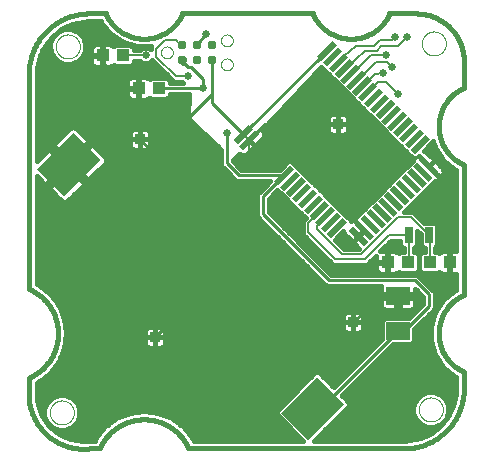
<source format=gtl>
G75*
%MOIN*%
%OFA0B0*%
%FSLAX25Y25*%
%IPPOS*%
%LPD*%
%AMOC8*
5,1,8,0,0,1.08239X$1,22.5*
%
%ADD10C,0.00000*%
%ADD11C,0.01600*%
%ADD12R,0.17000X0.13000*%
%ADD13R,0.07874X0.05906*%
%ADD14R,0.03300X0.03300*%
%ADD15C,0.03100*%
%ADD16R,0.04331X0.03937*%
%ADD17R,0.07283X0.01969*%
%ADD18R,0.01969X0.07283*%
%ADD19R,0.02756X0.05512*%
%ADD20C,0.01000*%
%ADD21C,0.02500*%
%ADD22C,0.00600*%
D10*
X0027475Y0032412D02*
X0027477Y0032538D01*
X0027483Y0032664D01*
X0027493Y0032790D01*
X0027507Y0032916D01*
X0027525Y0033041D01*
X0027547Y0033165D01*
X0027572Y0033289D01*
X0027602Y0033412D01*
X0027635Y0033533D01*
X0027673Y0033654D01*
X0027714Y0033773D01*
X0027759Y0033892D01*
X0027807Y0034008D01*
X0027859Y0034123D01*
X0027915Y0034236D01*
X0027975Y0034348D01*
X0028038Y0034457D01*
X0028104Y0034565D01*
X0028173Y0034670D01*
X0028246Y0034773D01*
X0028323Y0034874D01*
X0028402Y0034972D01*
X0028484Y0035068D01*
X0028570Y0035161D01*
X0028658Y0035252D01*
X0028749Y0035339D01*
X0028843Y0035424D01*
X0028939Y0035505D01*
X0029038Y0035584D01*
X0029139Y0035659D01*
X0029243Y0035731D01*
X0029349Y0035800D01*
X0029457Y0035866D01*
X0029567Y0035928D01*
X0029679Y0035986D01*
X0029792Y0036041D01*
X0029908Y0036092D01*
X0030025Y0036140D01*
X0030143Y0036184D01*
X0030263Y0036224D01*
X0030384Y0036260D01*
X0030506Y0036293D01*
X0030629Y0036322D01*
X0030753Y0036346D01*
X0030877Y0036367D01*
X0031002Y0036384D01*
X0031128Y0036397D01*
X0031254Y0036406D01*
X0031380Y0036411D01*
X0031507Y0036412D01*
X0031633Y0036409D01*
X0031759Y0036402D01*
X0031885Y0036391D01*
X0032010Y0036376D01*
X0032135Y0036357D01*
X0032259Y0036334D01*
X0032383Y0036308D01*
X0032505Y0036277D01*
X0032627Y0036243D01*
X0032747Y0036204D01*
X0032866Y0036162D01*
X0032984Y0036117D01*
X0033100Y0036067D01*
X0033215Y0036014D01*
X0033327Y0035957D01*
X0033438Y0035897D01*
X0033547Y0035833D01*
X0033654Y0035766D01*
X0033759Y0035696D01*
X0033862Y0035622D01*
X0033962Y0035545D01*
X0034060Y0035465D01*
X0034155Y0035382D01*
X0034247Y0035296D01*
X0034337Y0035207D01*
X0034424Y0035115D01*
X0034507Y0035021D01*
X0034588Y0034924D01*
X0034666Y0034824D01*
X0034741Y0034722D01*
X0034812Y0034618D01*
X0034880Y0034511D01*
X0034944Y0034403D01*
X0035005Y0034292D01*
X0035063Y0034180D01*
X0035117Y0034066D01*
X0035167Y0033950D01*
X0035214Y0033833D01*
X0035257Y0033714D01*
X0035296Y0033594D01*
X0035332Y0033473D01*
X0035363Y0033350D01*
X0035391Y0033227D01*
X0035415Y0033103D01*
X0035435Y0032978D01*
X0035451Y0032853D01*
X0035463Y0032727D01*
X0035471Y0032601D01*
X0035475Y0032475D01*
X0035475Y0032349D01*
X0035471Y0032223D01*
X0035463Y0032097D01*
X0035451Y0031971D01*
X0035435Y0031846D01*
X0035415Y0031721D01*
X0035391Y0031597D01*
X0035363Y0031474D01*
X0035332Y0031351D01*
X0035296Y0031230D01*
X0035257Y0031110D01*
X0035214Y0030991D01*
X0035167Y0030874D01*
X0035117Y0030758D01*
X0035063Y0030644D01*
X0035005Y0030532D01*
X0034944Y0030421D01*
X0034880Y0030313D01*
X0034812Y0030206D01*
X0034741Y0030102D01*
X0034666Y0030000D01*
X0034588Y0029900D01*
X0034507Y0029803D01*
X0034424Y0029709D01*
X0034337Y0029617D01*
X0034247Y0029528D01*
X0034155Y0029442D01*
X0034060Y0029359D01*
X0033962Y0029279D01*
X0033862Y0029202D01*
X0033759Y0029128D01*
X0033654Y0029058D01*
X0033547Y0028991D01*
X0033438Y0028927D01*
X0033327Y0028867D01*
X0033215Y0028810D01*
X0033100Y0028757D01*
X0032984Y0028707D01*
X0032866Y0028662D01*
X0032747Y0028620D01*
X0032627Y0028581D01*
X0032505Y0028547D01*
X0032383Y0028516D01*
X0032259Y0028490D01*
X0032135Y0028467D01*
X0032010Y0028448D01*
X0031885Y0028433D01*
X0031759Y0028422D01*
X0031633Y0028415D01*
X0031507Y0028412D01*
X0031380Y0028413D01*
X0031254Y0028418D01*
X0031128Y0028427D01*
X0031002Y0028440D01*
X0030877Y0028457D01*
X0030753Y0028478D01*
X0030629Y0028502D01*
X0030506Y0028531D01*
X0030384Y0028564D01*
X0030263Y0028600D01*
X0030143Y0028640D01*
X0030025Y0028684D01*
X0029908Y0028732D01*
X0029792Y0028783D01*
X0029679Y0028838D01*
X0029567Y0028896D01*
X0029457Y0028958D01*
X0029349Y0029024D01*
X0029243Y0029093D01*
X0029139Y0029165D01*
X0029038Y0029240D01*
X0028939Y0029319D01*
X0028843Y0029400D01*
X0028749Y0029485D01*
X0028658Y0029572D01*
X0028570Y0029663D01*
X0028484Y0029756D01*
X0028402Y0029852D01*
X0028323Y0029950D01*
X0028246Y0030051D01*
X0028173Y0030154D01*
X0028104Y0030259D01*
X0028038Y0030367D01*
X0027975Y0030476D01*
X0027915Y0030588D01*
X0027859Y0030701D01*
X0027807Y0030816D01*
X0027759Y0030932D01*
X0027714Y0031051D01*
X0027673Y0031170D01*
X0027635Y0031291D01*
X0027602Y0031412D01*
X0027572Y0031535D01*
X0027547Y0031659D01*
X0027525Y0031783D01*
X0027507Y0031908D01*
X0027493Y0032034D01*
X0027483Y0032160D01*
X0027477Y0032286D01*
X0027475Y0032412D01*
X0084475Y0148412D02*
X0084477Y0148501D01*
X0084483Y0148590D01*
X0084493Y0148679D01*
X0084507Y0148767D01*
X0084524Y0148854D01*
X0084546Y0148940D01*
X0084572Y0149026D01*
X0084601Y0149110D01*
X0084634Y0149193D01*
X0084670Y0149274D01*
X0084711Y0149354D01*
X0084754Y0149431D01*
X0084801Y0149507D01*
X0084852Y0149580D01*
X0084905Y0149651D01*
X0084962Y0149720D01*
X0085022Y0149786D01*
X0085085Y0149850D01*
X0085150Y0149910D01*
X0085218Y0149968D01*
X0085289Y0150022D01*
X0085362Y0150073D01*
X0085437Y0150121D01*
X0085514Y0150166D01*
X0085593Y0150207D01*
X0085674Y0150244D01*
X0085756Y0150278D01*
X0085840Y0150309D01*
X0085925Y0150335D01*
X0086011Y0150358D01*
X0086098Y0150376D01*
X0086186Y0150391D01*
X0086275Y0150402D01*
X0086364Y0150409D01*
X0086453Y0150412D01*
X0086542Y0150411D01*
X0086631Y0150406D01*
X0086719Y0150397D01*
X0086808Y0150384D01*
X0086895Y0150367D01*
X0086982Y0150347D01*
X0087068Y0150322D01*
X0087152Y0150294D01*
X0087235Y0150262D01*
X0087317Y0150226D01*
X0087397Y0150187D01*
X0087475Y0150144D01*
X0087551Y0150098D01*
X0087625Y0150048D01*
X0087697Y0149995D01*
X0087766Y0149939D01*
X0087833Y0149880D01*
X0087897Y0149818D01*
X0087958Y0149754D01*
X0088017Y0149686D01*
X0088072Y0149616D01*
X0088124Y0149544D01*
X0088173Y0149469D01*
X0088218Y0149393D01*
X0088260Y0149314D01*
X0088298Y0149234D01*
X0088333Y0149152D01*
X0088364Y0149068D01*
X0088392Y0148983D01*
X0088415Y0148897D01*
X0088435Y0148810D01*
X0088451Y0148723D01*
X0088463Y0148634D01*
X0088471Y0148546D01*
X0088475Y0148457D01*
X0088475Y0148367D01*
X0088471Y0148278D01*
X0088463Y0148190D01*
X0088451Y0148101D01*
X0088435Y0148014D01*
X0088415Y0147927D01*
X0088392Y0147841D01*
X0088364Y0147756D01*
X0088333Y0147672D01*
X0088298Y0147590D01*
X0088260Y0147510D01*
X0088218Y0147431D01*
X0088173Y0147355D01*
X0088124Y0147280D01*
X0088072Y0147208D01*
X0088017Y0147138D01*
X0087958Y0147070D01*
X0087897Y0147006D01*
X0087833Y0146944D01*
X0087766Y0146885D01*
X0087697Y0146829D01*
X0087625Y0146776D01*
X0087551Y0146726D01*
X0087475Y0146680D01*
X0087397Y0146637D01*
X0087317Y0146598D01*
X0087235Y0146562D01*
X0087152Y0146530D01*
X0087068Y0146502D01*
X0086982Y0146477D01*
X0086895Y0146457D01*
X0086808Y0146440D01*
X0086719Y0146427D01*
X0086631Y0146418D01*
X0086542Y0146413D01*
X0086453Y0146412D01*
X0086364Y0146415D01*
X0086275Y0146422D01*
X0086186Y0146433D01*
X0086098Y0146448D01*
X0086011Y0146466D01*
X0085925Y0146489D01*
X0085840Y0146515D01*
X0085756Y0146546D01*
X0085674Y0146580D01*
X0085593Y0146617D01*
X0085514Y0146658D01*
X0085437Y0146703D01*
X0085362Y0146751D01*
X0085289Y0146802D01*
X0085218Y0146856D01*
X0085150Y0146914D01*
X0085085Y0146974D01*
X0085022Y0147038D01*
X0084962Y0147104D01*
X0084905Y0147173D01*
X0084852Y0147244D01*
X0084801Y0147317D01*
X0084754Y0147393D01*
X0084711Y0147470D01*
X0084670Y0147550D01*
X0084634Y0147631D01*
X0084601Y0147714D01*
X0084572Y0147798D01*
X0084546Y0147884D01*
X0084524Y0147970D01*
X0084507Y0148057D01*
X0084493Y0148145D01*
X0084483Y0148234D01*
X0084477Y0148323D01*
X0084475Y0148412D01*
X0084475Y0156412D02*
X0084477Y0156501D01*
X0084483Y0156590D01*
X0084493Y0156679D01*
X0084507Y0156767D01*
X0084524Y0156854D01*
X0084546Y0156940D01*
X0084572Y0157026D01*
X0084601Y0157110D01*
X0084634Y0157193D01*
X0084670Y0157274D01*
X0084711Y0157354D01*
X0084754Y0157431D01*
X0084801Y0157507D01*
X0084852Y0157580D01*
X0084905Y0157651D01*
X0084962Y0157720D01*
X0085022Y0157786D01*
X0085085Y0157850D01*
X0085150Y0157910D01*
X0085218Y0157968D01*
X0085289Y0158022D01*
X0085362Y0158073D01*
X0085437Y0158121D01*
X0085514Y0158166D01*
X0085593Y0158207D01*
X0085674Y0158244D01*
X0085756Y0158278D01*
X0085840Y0158309D01*
X0085925Y0158335D01*
X0086011Y0158358D01*
X0086098Y0158376D01*
X0086186Y0158391D01*
X0086275Y0158402D01*
X0086364Y0158409D01*
X0086453Y0158412D01*
X0086542Y0158411D01*
X0086631Y0158406D01*
X0086719Y0158397D01*
X0086808Y0158384D01*
X0086895Y0158367D01*
X0086982Y0158347D01*
X0087068Y0158322D01*
X0087152Y0158294D01*
X0087235Y0158262D01*
X0087317Y0158226D01*
X0087397Y0158187D01*
X0087475Y0158144D01*
X0087551Y0158098D01*
X0087625Y0158048D01*
X0087697Y0157995D01*
X0087766Y0157939D01*
X0087833Y0157880D01*
X0087897Y0157818D01*
X0087958Y0157754D01*
X0088017Y0157686D01*
X0088072Y0157616D01*
X0088124Y0157544D01*
X0088173Y0157469D01*
X0088218Y0157393D01*
X0088260Y0157314D01*
X0088298Y0157234D01*
X0088333Y0157152D01*
X0088364Y0157068D01*
X0088392Y0156983D01*
X0088415Y0156897D01*
X0088435Y0156810D01*
X0088451Y0156723D01*
X0088463Y0156634D01*
X0088471Y0156546D01*
X0088475Y0156457D01*
X0088475Y0156367D01*
X0088471Y0156278D01*
X0088463Y0156190D01*
X0088451Y0156101D01*
X0088435Y0156014D01*
X0088415Y0155927D01*
X0088392Y0155841D01*
X0088364Y0155756D01*
X0088333Y0155672D01*
X0088298Y0155590D01*
X0088260Y0155510D01*
X0088218Y0155431D01*
X0088173Y0155355D01*
X0088124Y0155280D01*
X0088072Y0155208D01*
X0088017Y0155138D01*
X0087958Y0155070D01*
X0087897Y0155006D01*
X0087833Y0154944D01*
X0087766Y0154885D01*
X0087697Y0154829D01*
X0087625Y0154776D01*
X0087551Y0154726D01*
X0087475Y0154680D01*
X0087397Y0154637D01*
X0087317Y0154598D01*
X0087235Y0154562D01*
X0087152Y0154530D01*
X0087068Y0154502D01*
X0086982Y0154477D01*
X0086895Y0154457D01*
X0086808Y0154440D01*
X0086719Y0154427D01*
X0086631Y0154418D01*
X0086542Y0154413D01*
X0086453Y0154412D01*
X0086364Y0154415D01*
X0086275Y0154422D01*
X0086186Y0154433D01*
X0086098Y0154448D01*
X0086011Y0154466D01*
X0085925Y0154489D01*
X0085840Y0154515D01*
X0085756Y0154546D01*
X0085674Y0154580D01*
X0085593Y0154617D01*
X0085514Y0154658D01*
X0085437Y0154703D01*
X0085362Y0154751D01*
X0085289Y0154802D01*
X0085218Y0154856D01*
X0085150Y0154914D01*
X0085085Y0154974D01*
X0085022Y0155038D01*
X0084962Y0155104D01*
X0084905Y0155173D01*
X0084852Y0155244D01*
X0084801Y0155317D01*
X0084754Y0155393D01*
X0084711Y0155470D01*
X0084670Y0155550D01*
X0084634Y0155631D01*
X0084601Y0155714D01*
X0084572Y0155798D01*
X0084546Y0155884D01*
X0084524Y0155970D01*
X0084507Y0156057D01*
X0084493Y0156145D01*
X0084483Y0156234D01*
X0084477Y0156323D01*
X0084475Y0156412D01*
X0064475Y0152412D02*
X0064477Y0152501D01*
X0064483Y0152590D01*
X0064493Y0152679D01*
X0064507Y0152767D01*
X0064524Y0152854D01*
X0064546Y0152940D01*
X0064572Y0153026D01*
X0064601Y0153110D01*
X0064634Y0153193D01*
X0064670Y0153274D01*
X0064711Y0153354D01*
X0064754Y0153431D01*
X0064801Y0153507D01*
X0064852Y0153580D01*
X0064905Y0153651D01*
X0064962Y0153720D01*
X0065022Y0153786D01*
X0065085Y0153850D01*
X0065150Y0153910D01*
X0065218Y0153968D01*
X0065289Y0154022D01*
X0065362Y0154073D01*
X0065437Y0154121D01*
X0065514Y0154166D01*
X0065593Y0154207D01*
X0065674Y0154244D01*
X0065756Y0154278D01*
X0065840Y0154309D01*
X0065925Y0154335D01*
X0066011Y0154358D01*
X0066098Y0154376D01*
X0066186Y0154391D01*
X0066275Y0154402D01*
X0066364Y0154409D01*
X0066453Y0154412D01*
X0066542Y0154411D01*
X0066631Y0154406D01*
X0066719Y0154397D01*
X0066808Y0154384D01*
X0066895Y0154367D01*
X0066982Y0154347D01*
X0067068Y0154322D01*
X0067152Y0154294D01*
X0067235Y0154262D01*
X0067317Y0154226D01*
X0067397Y0154187D01*
X0067475Y0154144D01*
X0067551Y0154098D01*
X0067625Y0154048D01*
X0067697Y0153995D01*
X0067766Y0153939D01*
X0067833Y0153880D01*
X0067897Y0153818D01*
X0067958Y0153754D01*
X0068017Y0153686D01*
X0068072Y0153616D01*
X0068124Y0153544D01*
X0068173Y0153469D01*
X0068218Y0153393D01*
X0068260Y0153314D01*
X0068298Y0153234D01*
X0068333Y0153152D01*
X0068364Y0153068D01*
X0068392Y0152983D01*
X0068415Y0152897D01*
X0068435Y0152810D01*
X0068451Y0152723D01*
X0068463Y0152634D01*
X0068471Y0152546D01*
X0068475Y0152457D01*
X0068475Y0152367D01*
X0068471Y0152278D01*
X0068463Y0152190D01*
X0068451Y0152101D01*
X0068435Y0152014D01*
X0068415Y0151927D01*
X0068392Y0151841D01*
X0068364Y0151756D01*
X0068333Y0151672D01*
X0068298Y0151590D01*
X0068260Y0151510D01*
X0068218Y0151431D01*
X0068173Y0151355D01*
X0068124Y0151280D01*
X0068072Y0151208D01*
X0068017Y0151138D01*
X0067958Y0151070D01*
X0067897Y0151006D01*
X0067833Y0150944D01*
X0067766Y0150885D01*
X0067697Y0150829D01*
X0067625Y0150776D01*
X0067551Y0150726D01*
X0067475Y0150680D01*
X0067397Y0150637D01*
X0067317Y0150598D01*
X0067235Y0150562D01*
X0067152Y0150530D01*
X0067068Y0150502D01*
X0066982Y0150477D01*
X0066895Y0150457D01*
X0066808Y0150440D01*
X0066719Y0150427D01*
X0066631Y0150418D01*
X0066542Y0150413D01*
X0066453Y0150412D01*
X0066364Y0150415D01*
X0066275Y0150422D01*
X0066186Y0150433D01*
X0066098Y0150448D01*
X0066011Y0150466D01*
X0065925Y0150489D01*
X0065840Y0150515D01*
X0065756Y0150546D01*
X0065674Y0150580D01*
X0065593Y0150617D01*
X0065514Y0150658D01*
X0065437Y0150703D01*
X0065362Y0150751D01*
X0065289Y0150802D01*
X0065218Y0150856D01*
X0065150Y0150914D01*
X0065085Y0150974D01*
X0065022Y0151038D01*
X0064962Y0151104D01*
X0064905Y0151173D01*
X0064852Y0151244D01*
X0064801Y0151317D01*
X0064754Y0151393D01*
X0064711Y0151470D01*
X0064670Y0151550D01*
X0064634Y0151631D01*
X0064601Y0151714D01*
X0064572Y0151798D01*
X0064546Y0151884D01*
X0064524Y0151970D01*
X0064507Y0152057D01*
X0064493Y0152145D01*
X0064483Y0152234D01*
X0064477Y0152323D01*
X0064475Y0152412D01*
X0029475Y0154412D02*
X0029477Y0154538D01*
X0029483Y0154664D01*
X0029493Y0154790D01*
X0029507Y0154916D01*
X0029525Y0155041D01*
X0029547Y0155165D01*
X0029572Y0155289D01*
X0029602Y0155412D01*
X0029635Y0155533D01*
X0029673Y0155654D01*
X0029714Y0155773D01*
X0029759Y0155892D01*
X0029807Y0156008D01*
X0029859Y0156123D01*
X0029915Y0156236D01*
X0029975Y0156348D01*
X0030038Y0156457D01*
X0030104Y0156565D01*
X0030173Y0156670D01*
X0030246Y0156773D01*
X0030323Y0156874D01*
X0030402Y0156972D01*
X0030484Y0157068D01*
X0030570Y0157161D01*
X0030658Y0157252D01*
X0030749Y0157339D01*
X0030843Y0157424D01*
X0030939Y0157505D01*
X0031038Y0157584D01*
X0031139Y0157659D01*
X0031243Y0157731D01*
X0031349Y0157800D01*
X0031457Y0157866D01*
X0031567Y0157928D01*
X0031679Y0157986D01*
X0031792Y0158041D01*
X0031908Y0158092D01*
X0032025Y0158140D01*
X0032143Y0158184D01*
X0032263Y0158224D01*
X0032384Y0158260D01*
X0032506Y0158293D01*
X0032629Y0158322D01*
X0032753Y0158346D01*
X0032877Y0158367D01*
X0033002Y0158384D01*
X0033128Y0158397D01*
X0033254Y0158406D01*
X0033380Y0158411D01*
X0033507Y0158412D01*
X0033633Y0158409D01*
X0033759Y0158402D01*
X0033885Y0158391D01*
X0034010Y0158376D01*
X0034135Y0158357D01*
X0034259Y0158334D01*
X0034383Y0158308D01*
X0034505Y0158277D01*
X0034627Y0158243D01*
X0034747Y0158204D01*
X0034866Y0158162D01*
X0034984Y0158117D01*
X0035100Y0158067D01*
X0035215Y0158014D01*
X0035327Y0157957D01*
X0035438Y0157897D01*
X0035547Y0157833D01*
X0035654Y0157766D01*
X0035759Y0157696D01*
X0035862Y0157622D01*
X0035962Y0157545D01*
X0036060Y0157465D01*
X0036155Y0157382D01*
X0036247Y0157296D01*
X0036337Y0157207D01*
X0036424Y0157115D01*
X0036507Y0157021D01*
X0036588Y0156924D01*
X0036666Y0156824D01*
X0036741Y0156722D01*
X0036812Y0156618D01*
X0036880Y0156511D01*
X0036944Y0156403D01*
X0037005Y0156292D01*
X0037063Y0156180D01*
X0037117Y0156066D01*
X0037167Y0155950D01*
X0037214Y0155833D01*
X0037257Y0155714D01*
X0037296Y0155594D01*
X0037332Y0155473D01*
X0037363Y0155350D01*
X0037391Y0155227D01*
X0037415Y0155103D01*
X0037435Y0154978D01*
X0037451Y0154853D01*
X0037463Y0154727D01*
X0037471Y0154601D01*
X0037475Y0154475D01*
X0037475Y0154349D01*
X0037471Y0154223D01*
X0037463Y0154097D01*
X0037451Y0153971D01*
X0037435Y0153846D01*
X0037415Y0153721D01*
X0037391Y0153597D01*
X0037363Y0153474D01*
X0037332Y0153351D01*
X0037296Y0153230D01*
X0037257Y0153110D01*
X0037214Y0152991D01*
X0037167Y0152874D01*
X0037117Y0152758D01*
X0037063Y0152644D01*
X0037005Y0152532D01*
X0036944Y0152421D01*
X0036880Y0152313D01*
X0036812Y0152206D01*
X0036741Y0152102D01*
X0036666Y0152000D01*
X0036588Y0151900D01*
X0036507Y0151803D01*
X0036424Y0151709D01*
X0036337Y0151617D01*
X0036247Y0151528D01*
X0036155Y0151442D01*
X0036060Y0151359D01*
X0035962Y0151279D01*
X0035862Y0151202D01*
X0035759Y0151128D01*
X0035654Y0151058D01*
X0035547Y0150991D01*
X0035438Y0150927D01*
X0035327Y0150867D01*
X0035215Y0150810D01*
X0035100Y0150757D01*
X0034984Y0150707D01*
X0034866Y0150662D01*
X0034747Y0150620D01*
X0034627Y0150581D01*
X0034505Y0150547D01*
X0034383Y0150516D01*
X0034259Y0150490D01*
X0034135Y0150467D01*
X0034010Y0150448D01*
X0033885Y0150433D01*
X0033759Y0150422D01*
X0033633Y0150415D01*
X0033507Y0150412D01*
X0033380Y0150413D01*
X0033254Y0150418D01*
X0033128Y0150427D01*
X0033002Y0150440D01*
X0032877Y0150457D01*
X0032753Y0150478D01*
X0032629Y0150502D01*
X0032506Y0150531D01*
X0032384Y0150564D01*
X0032263Y0150600D01*
X0032143Y0150640D01*
X0032025Y0150684D01*
X0031908Y0150732D01*
X0031792Y0150783D01*
X0031679Y0150838D01*
X0031567Y0150896D01*
X0031457Y0150958D01*
X0031349Y0151024D01*
X0031243Y0151093D01*
X0031139Y0151165D01*
X0031038Y0151240D01*
X0030939Y0151319D01*
X0030843Y0151400D01*
X0030749Y0151485D01*
X0030658Y0151572D01*
X0030570Y0151663D01*
X0030484Y0151756D01*
X0030402Y0151852D01*
X0030323Y0151950D01*
X0030246Y0152051D01*
X0030173Y0152154D01*
X0030104Y0152259D01*
X0030038Y0152367D01*
X0029975Y0152476D01*
X0029915Y0152588D01*
X0029859Y0152701D01*
X0029807Y0152816D01*
X0029759Y0152932D01*
X0029714Y0153051D01*
X0029673Y0153170D01*
X0029635Y0153291D01*
X0029602Y0153412D01*
X0029572Y0153535D01*
X0029547Y0153659D01*
X0029525Y0153783D01*
X0029507Y0153908D01*
X0029493Y0154034D01*
X0029483Y0154160D01*
X0029477Y0154286D01*
X0029475Y0154412D01*
X0150475Y0033412D02*
X0150477Y0033538D01*
X0150483Y0033664D01*
X0150493Y0033790D01*
X0150507Y0033916D01*
X0150525Y0034041D01*
X0150547Y0034165D01*
X0150572Y0034289D01*
X0150602Y0034412D01*
X0150635Y0034533D01*
X0150673Y0034654D01*
X0150714Y0034773D01*
X0150759Y0034892D01*
X0150807Y0035008D01*
X0150859Y0035123D01*
X0150915Y0035236D01*
X0150975Y0035348D01*
X0151038Y0035457D01*
X0151104Y0035565D01*
X0151173Y0035670D01*
X0151246Y0035773D01*
X0151323Y0035874D01*
X0151402Y0035972D01*
X0151484Y0036068D01*
X0151570Y0036161D01*
X0151658Y0036252D01*
X0151749Y0036339D01*
X0151843Y0036424D01*
X0151939Y0036505D01*
X0152038Y0036584D01*
X0152139Y0036659D01*
X0152243Y0036731D01*
X0152349Y0036800D01*
X0152457Y0036866D01*
X0152567Y0036928D01*
X0152679Y0036986D01*
X0152792Y0037041D01*
X0152908Y0037092D01*
X0153025Y0037140D01*
X0153143Y0037184D01*
X0153263Y0037224D01*
X0153384Y0037260D01*
X0153506Y0037293D01*
X0153629Y0037322D01*
X0153753Y0037346D01*
X0153877Y0037367D01*
X0154002Y0037384D01*
X0154128Y0037397D01*
X0154254Y0037406D01*
X0154380Y0037411D01*
X0154507Y0037412D01*
X0154633Y0037409D01*
X0154759Y0037402D01*
X0154885Y0037391D01*
X0155010Y0037376D01*
X0155135Y0037357D01*
X0155259Y0037334D01*
X0155383Y0037308D01*
X0155505Y0037277D01*
X0155627Y0037243D01*
X0155747Y0037204D01*
X0155866Y0037162D01*
X0155984Y0037117D01*
X0156100Y0037067D01*
X0156215Y0037014D01*
X0156327Y0036957D01*
X0156438Y0036897D01*
X0156547Y0036833D01*
X0156654Y0036766D01*
X0156759Y0036696D01*
X0156862Y0036622D01*
X0156962Y0036545D01*
X0157060Y0036465D01*
X0157155Y0036382D01*
X0157247Y0036296D01*
X0157337Y0036207D01*
X0157424Y0036115D01*
X0157507Y0036021D01*
X0157588Y0035924D01*
X0157666Y0035824D01*
X0157741Y0035722D01*
X0157812Y0035618D01*
X0157880Y0035511D01*
X0157944Y0035403D01*
X0158005Y0035292D01*
X0158063Y0035180D01*
X0158117Y0035066D01*
X0158167Y0034950D01*
X0158214Y0034833D01*
X0158257Y0034714D01*
X0158296Y0034594D01*
X0158332Y0034473D01*
X0158363Y0034350D01*
X0158391Y0034227D01*
X0158415Y0034103D01*
X0158435Y0033978D01*
X0158451Y0033853D01*
X0158463Y0033727D01*
X0158471Y0033601D01*
X0158475Y0033475D01*
X0158475Y0033349D01*
X0158471Y0033223D01*
X0158463Y0033097D01*
X0158451Y0032971D01*
X0158435Y0032846D01*
X0158415Y0032721D01*
X0158391Y0032597D01*
X0158363Y0032474D01*
X0158332Y0032351D01*
X0158296Y0032230D01*
X0158257Y0032110D01*
X0158214Y0031991D01*
X0158167Y0031874D01*
X0158117Y0031758D01*
X0158063Y0031644D01*
X0158005Y0031532D01*
X0157944Y0031421D01*
X0157880Y0031313D01*
X0157812Y0031206D01*
X0157741Y0031102D01*
X0157666Y0031000D01*
X0157588Y0030900D01*
X0157507Y0030803D01*
X0157424Y0030709D01*
X0157337Y0030617D01*
X0157247Y0030528D01*
X0157155Y0030442D01*
X0157060Y0030359D01*
X0156962Y0030279D01*
X0156862Y0030202D01*
X0156759Y0030128D01*
X0156654Y0030058D01*
X0156547Y0029991D01*
X0156438Y0029927D01*
X0156327Y0029867D01*
X0156215Y0029810D01*
X0156100Y0029757D01*
X0155984Y0029707D01*
X0155866Y0029662D01*
X0155747Y0029620D01*
X0155627Y0029581D01*
X0155505Y0029547D01*
X0155383Y0029516D01*
X0155259Y0029490D01*
X0155135Y0029467D01*
X0155010Y0029448D01*
X0154885Y0029433D01*
X0154759Y0029422D01*
X0154633Y0029415D01*
X0154507Y0029412D01*
X0154380Y0029413D01*
X0154254Y0029418D01*
X0154128Y0029427D01*
X0154002Y0029440D01*
X0153877Y0029457D01*
X0153753Y0029478D01*
X0153629Y0029502D01*
X0153506Y0029531D01*
X0153384Y0029564D01*
X0153263Y0029600D01*
X0153143Y0029640D01*
X0153025Y0029684D01*
X0152908Y0029732D01*
X0152792Y0029783D01*
X0152679Y0029838D01*
X0152567Y0029896D01*
X0152457Y0029958D01*
X0152349Y0030024D01*
X0152243Y0030093D01*
X0152139Y0030165D01*
X0152038Y0030240D01*
X0151939Y0030319D01*
X0151843Y0030400D01*
X0151749Y0030485D01*
X0151658Y0030572D01*
X0151570Y0030663D01*
X0151484Y0030756D01*
X0151402Y0030852D01*
X0151323Y0030950D01*
X0151246Y0031051D01*
X0151173Y0031154D01*
X0151104Y0031259D01*
X0151038Y0031367D01*
X0150975Y0031476D01*
X0150915Y0031588D01*
X0150859Y0031701D01*
X0150807Y0031816D01*
X0150759Y0031932D01*
X0150714Y0032051D01*
X0150673Y0032170D01*
X0150635Y0032291D01*
X0150602Y0032412D01*
X0150572Y0032535D01*
X0150547Y0032659D01*
X0150525Y0032783D01*
X0150507Y0032908D01*
X0150493Y0033034D01*
X0150483Y0033160D01*
X0150477Y0033286D01*
X0150475Y0033412D01*
X0151475Y0155412D02*
X0151477Y0155538D01*
X0151483Y0155664D01*
X0151493Y0155790D01*
X0151507Y0155916D01*
X0151525Y0156041D01*
X0151547Y0156165D01*
X0151572Y0156289D01*
X0151602Y0156412D01*
X0151635Y0156533D01*
X0151673Y0156654D01*
X0151714Y0156773D01*
X0151759Y0156892D01*
X0151807Y0157008D01*
X0151859Y0157123D01*
X0151915Y0157236D01*
X0151975Y0157348D01*
X0152038Y0157457D01*
X0152104Y0157565D01*
X0152173Y0157670D01*
X0152246Y0157773D01*
X0152323Y0157874D01*
X0152402Y0157972D01*
X0152484Y0158068D01*
X0152570Y0158161D01*
X0152658Y0158252D01*
X0152749Y0158339D01*
X0152843Y0158424D01*
X0152939Y0158505D01*
X0153038Y0158584D01*
X0153139Y0158659D01*
X0153243Y0158731D01*
X0153349Y0158800D01*
X0153457Y0158866D01*
X0153567Y0158928D01*
X0153679Y0158986D01*
X0153792Y0159041D01*
X0153908Y0159092D01*
X0154025Y0159140D01*
X0154143Y0159184D01*
X0154263Y0159224D01*
X0154384Y0159260D01*
X0154506Y0159293D01*
X0154629Y0159322D01*
X0154753Y0159346D01*
X0154877Y0159367D01*
X0155002Y0159384D01*
X0155128Y0159397D01*
X0155254Y0159406D01*
X0155380Y0159411D01*
X0155507Y0159412D01*
X0155633Y0159409D01*
X0155759Y0159402D01*
X0155885Y0159391D01*
X0156010Y0159376D01*
X0156135Y0159357D01*
X0156259Y0159334D01*
X0156383Y0159308D01*
X0156505Y0159277D01*
X0156627Y0159243D01*
X0156747Y0159204D01*
X0156866Y0159162D01*
X0156984Y0159117D01*
X0157100Y0159067D01*
X0157215Y0159014D01*
X0157327Y0158957D01*
X0157438Y0158897D01*
X0157547Y0158833D01*
X0157654Y0158766D01*
X0157759Y0158696D01*
X0157862Y0158622D01*
X0157962Y0158545D01*
X0158060Y0158465D01*
X0158155Y0158382D01*
X0158247Y0158296D01*
X0158337Y0158207D01*
X0158424Y0158115D01*
X0158507Y0158021D01*
X0158588Y0157924D01*
X0158666Y0157824D01*
X0158741Y0157722D01*
X0158812Y0157618D01*
X0158880Y0157511D01*
X0158944Y0157403D01*
X0159005Y0157292D01*
X0159063Y0157180D01*
X0159117Y0157066D01*
X0159167Y0156950D01*
X0159214Y0156833D01*
X0159257Y0156714D01*
X0159296Y0156594D01*
X0159332Y0156473D01*
X0159363Y0156350D01*
X0159391Y0156227D01*
X0159415Y0156103D01*
X0159435Y0155978D01*
X0159451Y0155853D01*
X0159463Y0155727D01*
X0159471Y0155601D01*
X0159475Y0155475D01*
X0159475Y0155349D01*
X0159471Y0155223D01*
X0159463Y0155097D01*
X0159451Y0154971D01*
X0159435Y0154846D01*
X0159415Y0154721D01*
X0159391Y0154597D01*
X0159363Y0154474D01*
X0159332Y0154351D01*
X0159296Y0154230D01*
X0159257Y0154110D01*
X0159214Y0153991D01*
X0159167Y0153874D01*
X0159117Y0153758D01*
X0159063Y0153644D01*
X0159005Y0153532D01*
X0158944Y0153421D01*
X0158880Y0153313D01*
X0158812Y0153206D01*
X0158741Y0153102D01*
X0158666Y0153000D01*
X0158588Y0152900D01*
X0158507Y0152803D01*
X0158424Y0152709D01*
X0158337Y0152617D01*
X0158247Y0152528D01*
X0158155Y0152442D01*
X0158060Y0152359D01*
X0157962Y0152279D01*
X0157862Y0152202D01*
X0157759Y0152128D01*
X0157654Y0152058D01*
X0157547Y0151991D01*
X0157438Y0151927D01*
X0157327Y0151867D01*
X0157215Y0151810D01*
X0157100Y0151757D01*
X0156984Y0151707D01*
X0156866Y0151662D01*
X0156747Y0151620D01*
X0156627Y0151581D01*
X0156505Y0151547D01*
X0156383Y0151516D01*
X0156259Y0151490D01*
X0156135Y0151467D01*
X0156010Y0151448D01*
X0155885Y0151433D01*
X0155759Y0151422D01*
X0155633Y0151415D01*
X0155507Y0151412D01*
X0155380Y0151413D01*
X0155254Y0151418D01*
X0155128Y0151427D01*
X0155002Y0151440D01*
X0154877Y0151457D01*
X0154753Y0151478D01*
X0154629Y0151502D01*
X0154506Y0151531D01*
X0154384Y0151564D01*
X0154263Y0151600D01*
X0154143Y0151640D01*
X0154025Y0151684D01*
X0153908Y0151732D01*
X0153792Y0151783D01*
X0153679Y0151838D01*
X0153567Y0151896D01*
X0153457Y0151958D01*
X0153349Y0152024D01*
X0153243Y0152093D01*
X0153139Y0152165D01*
X0153038Y0152240D01*
X0152939Y0152319D01*
X0152843Y0152400D01*
X0152749Y0152485D01*
X0152658Y0152572D01*
X0152570Y0152663D01*
X0152484Y0152756D01*
X0152402Y0152852D01*
X0152323Y0152950D01*
X0152246Y0153051D01*
X0152173Y0153154D01*
X0152104Y0153259D01*
X0152038Y0153367D01*
X0151975Y0153476D01*
X0151915Y0153588D01*
X0151859Y0153701D01*
X0151807Y0153816D01*
X0151759Y0153932D01*
X0151714Y0154051D01*
X0151673Y0154170D01*
X0151635Y0154291D01*
X0151602Y0154412D01*
X0151572Y0154535D01*
X0151547Y0154659D01*
X0151525Y0154783D01*
X0151507Y0154908D01*
X0151493Y0155034D01*
X0151483Y0155160D01*
X0151477Y0155286D01*
X0151475Y0155412D01*
D11*
X0024909Y0031080D02*
X0027341Y0027763D01*
X0030550Y0025188D01*
X0034315Y0023532D01*
X0038381Y0022906D01*
X0040137Y0022983D01*
X0040206Y0023012D01*
X0040581Y0023012D01*
X0040954Y0023053D01*
X0041094Y0023012D01*
X0042358Y0023012D01*
X0042646Y0023676D01*
X0042646Y0023676D01*
X0045654Y0027495D01*
X0045654Y0027496D01*
X0049538Y0030420D01*
X0049538Y0030420D01*
X0054039Y0032256D01*
X0054039Y0032256D01*
X0058861Y0032882D01*
X0058861Y0032882D01*
X0063682Y0032256D01*
X0063682Y0032256D01*
X0068184Y0030420D01*
X0068184Y0030420D01*
X0072067Y0027496D01*
X0072067Y0027496D01*
X0072067Y0027495D01*
X0075075Y0023676D01*
X0075075Y0023676D01*
X0075363Y0023012D01*
X0111811Y0023012D01*
X0103064Y0031759D01*
X0103064Y0032919D01*
X0115905Y0045760D01*
X0117065Y0045760D01*
X0122053Y0040771D01*
X0138138Y0056856D01*
X0138138Y0063039D01*
X0138958Y0063859D01*
X0147141Y0063859D01*
X0151888Y0068606D01*
X0151888Y0071004D01*
X0149212Y0073680D01*
X0149212Y0071994D01*
X0144151Y0071994D01*
X0144151Y0070641D01*
X0144151Y0066565D01*
X0147649Y0066565D01*
X0148107Y0066687D01*
X0148517Y0066924D01*
X0148852Y0067259D01*
X0149089Y0067670D01*
X0149212Y0068128D01*
X0149212Y0070641D01*
X0144151Y0070641D01*
X0142798Y0070641D01*
X0137738Y0070641D01*
X0137738Y0068128D01*
X0137861Y0067670D01*
X0138097Y0067259D01*
X0138433Y0066924D01*
X0138843Y0066687D01*
X0139301Y0066565D01*
X0142798Y0066565D01*
X0142798Y0070641D01*
X0142798Y0071994D01*
X0137738Y0071994D01*
X0137738Y0074507D01*
X0137739Y0074512D01*
X0119688Y0074512D01*
X0118575Y0075625D01*
X0096575Y0097625D01*
X0096575Y0105199D01*
X0097688Y0106312D01*
X0100890Y0109514D01*
X0100890Y0109587D01*
X0089613Y0109587D01*
X0085688Y0113512D01*
X0084575Y0114625D01*
X0084575Y0120052D01*
X0073475Y0130412D01*
X0073901Y0138512D01*
X0067387Y0138512D01*
X0067387Y0137863D01*
X0066567Y0137043D01*
X0061076Y0137043D01*
X0060751Y0137368D01*
X0060734Y0137338D01*
X0060399Y0137003D01*
X0059989Y0136766D01*
X0059531Y0136643D01*
X0057313Y0136643D01*
X0057313Y0140228D01*
X0056944Y0140228D01*
X0053163Y0140228D01*
X0053163Y0138206D01*
X0053286Y0137749D01*
X0053523Y0137338D01*
X0053858Y0137003D01*
X0054268Y0136766D01*
X0054726Y0136643D01*
X0056944Y0136643D01*
X0056944Y0140228D01*
X0056944Y0140596D01*
X0053163Y0140596D01*
X0053163Y0142617D01*
X0053286Y0143075D01*
X0053523Y0143486D01*
X0053858Y0143821D01*
X0054268Y0144058D01*
X0054726Y0144180D01*
X0056944Y0144180D01*
X0056944Y0140596D01*
X0057313Y0140596D01*
X0057313Y0144180D01*
X0059531Y0144180D01*
X0059989Y0144058D01*
X0060399Y0143821D01*
X0060734Y0143486D01*
X0060751Y0143456D01*
X0061076Y0143780D01*
X0066567Y0143780D01*
X0067387Y0142960D01*
X0067387Y0142312D01*
X0071827Y0142312D01*
X0071427Y0142712D01*
X0068771Y0142712D01*
X0062222Y0149260D01*
X0061647Y0149836D01*
X0060976Y0149165D01*
X0060002Y0148762D01*
X0058948Y0148762D01*
X0057974Y0149165D01*
X0057427Y0149712D01*
X0055387Y0149712D01*
X0055387Y0148863D01*
X0054567Y0148043D01*
X0049076Y0148043D01*
X0048751Y0148368D01*
X0048734Y0148338D01*
X0048399Y0148003D01*
X0047989Y0147766D01*
X0047531Y0147643D01*
X0045313Y0147643D01*
X0045313Y0151228D01*
X0044944Y0151228D01*
X0041163Y0151228D01*
X0041163Y0149206D01*
X0041286Y0148749D01*
X0041523Y0148338D01*
X0041858Y0148003D01*
X0042268Y0147766D01*
X0042726Y0147643D01*
X0044944Y0147643D01*
X0044944Y0151228D01*
X0044944Y0151596D01*
X0041163Y0151596D01*
X0041163Y0153617D01*
X0041286Y0154075D01*
X0041523Y0154486D01*
X0041858Y0154821D01*
X0042268Y0155058D01*
X0042726Y0155180D01*
X0044944Y0155180D01*
X0044944Y0151596D01*
X0045313Y0151596D01*
X0045313Y0155180D01*
X0047531Y0155180D01*
X0047989Y0155058D01*
X0048399Y0154821D01*
X0048734Y0154486D01*
X0048751Y0154456D01*
X0049076Y0154780D01*
X0054567Y0154780D01*
X0055387Y0153960D01*
X0055387Y0153112D01*
X0057427Y0153112D01*
X0057974Y0153658D01*
X0058948Y0154062D01*
X0060002Y0154062D01*
X0060976Y0153658D01*
X0061226Y0153408D01*
X0061226Y0154331D01*
X0061317Y0154423D01*
X0061281Y0154412D01*
X0056441Y0154412D01*
X0051804Y0155798D01*
X0051804Y0155798D01*
X0047758Y0158454D01*
X0047758Y0158454D01*
X0047758Y0158454D01*
X0044642Y0162158D01*
X0044642Y0162158D01*
X0044358Y0162812D01*
X0040475Y0162812D01*
X0038527Y0162702D01*
X0034728Y0161835D01*
X0031217Y0160145D01*
X0030199Y0159333D01*
X0032321Y0160212D01*
X0034629Y0160212D01*
X0036760Y0159329D01*
X0038392Y0157697D01*
X0039275Y0155566D01*
X0039275Y0153258D01*
X0038392Y0151126D01*
X0036760Y0149495D01*
X0034629Y0148612D01*
X0032321Y0148612D01*
X0030189Y0149495D01*
X0028558Y0151126D01*
X0027675Y0153258D01*
X0027675Y0155566D01*
X0028558Y0157697D01*
X0030170Y0159310D01*
X0028171Y0157716D01*
X0025742Y0154669D01*
X0024051Y0151159D01*
X0023184Y0147360D01*
X0023075Y0145412D01*
X0023075Y0116130D01*
X0027319Y0120374D01*
X0032622Y0115071D01*
X0033753Y0116202D01*
X0028450Y0121505D01*
X0034062Y0127117D01*
X0034473Y0127354D01*
X0034930Y0127477D01*
X0035404Y0127477D01*
X0035862Y0127354D01*
X0036273Y0127117D01*
X0040471Y0122919D01*
X0033753Y0116202D01*
X0034885Y0115071D01*
X0041602Y0121788D01*
X0045800Y0117590D01*
X0046037Y0117179D01*
X0046160Y0116722D01*
X0046160Y0116248D01*
X0046037Y0115790D01*
X0045800Y0115379D01*
X0040188Y0109767D01*
X0034885Y0115070D01*
X0033753Y0113939D01*
X0027036Y0107222D01*
X0031234Y0103024D01*
X0031644Y0102787D01*
X0032102Y0102664D01*
X0032576Y0102664D01*
X0033034Y0102787D01*
X0033444Y0103024D01*
X0039057Y0108636D01*
X0033753Y0113939D01*
X0032622Y0115070D01*
X0025904Y0108353D01*
X0023075Y0111182D01*
X0023075Y0075300D01*
X0023739Y0075012D01*
X0023739Y0075012D01*
X0027558Y0072004D01*
X0027559Y0072004D01*
X0027559Y0072004D01*
X0030483Y0068121D01*
X0030483Y0068121D01*
X0032319Y0063619D01*
X0032319Y0063619D01*
X0032945Y0058798D01*
X0032945Y0058798D01*
X0032319Y0053976D01*
X0032319Y0053976D01*
X0030483Y0049475D01*
X0030483Y0049475D01*
X0027559Y0045591D01*
X0027559Y0045591D01*
X0027558Y0045591D01*
X0023739Y0042583D01*
X0023739Y0042583D01*
X0023075Y0042295D01*
X0023075Y0036856D01*
X0023417Y0034914D01*
X0024909Y0031080D01*
X0024706Y0031601D02*
X0025675Y0031601D01*
X0025675Y0031258D02*
X0026558Y0029126D01*
X0028189Y0027495D01*
X0030321Y0026612D01*
X0032629Y0026612D01*
X0034760Y0027495D01*
X0036392Y0029126D01*
X0037275Y0031258D01*
X0037275Y0033566D01*
X0036392Y0035697D01*
X0034760Y0037329D01*
X0032629Y0038212D01*
X0030321Y0038212D01*
X0028189Y0037329D01*
X0026558Y0035697D01*
X0025675Y0033566D01*
X0025675Y0031258D01*
X0025699Y0030003D02*
X0026195Y0030003D01*
X0026871Y0028404D02*
X0027280Y0028404D01*
X0028534Y0026806D02*
X0029853Y0026806D01*
X0030526Y0025207D02*
X0043852Y0025207D01*
X0042617Y0023609D02*
X0034140Y0023609D01*
X0033097Y0026806D02*
X0045111Y0026806D01*
X0046861Y0028404D02*
X0035670Y0028404D01*
X0036755Y0030003D02*
X0048984Y0030003D01*
X0052434Y0031601D02*
X0037275Y0031601D01*
X0037275Y0033200D02*
X0103345Y0033200D01*
X0103222Y0031601D02*
X0065288Y0031601D01*
X0068738Y0030003D02*
X0104820Y0030003D01*
X0106419Y0028404D02*
X0070860Y0028404D01*
X0072610Y0026806D02*
X0108017Y0026806D01*
X0109616Y0025207D02*
X0073869Y0025207D01*
X0075104Y0023609D02*
X0111214Y0023609D01*
X0115501Y0023012D02*
X0127077Y0034588D01*
X0127077Y0035747D01*
X0124740Y0038084D01*
X0141809Y0055154D01*
X0147992Y0055154D01*
X0148812Y0055974D01*
X0148812Y0060156D01*
X0155688Y0067032D01*
X0155688Y0068606D01*
X0155688Y0072578D01*
X0154575Y0073691D01*
X0149954Y0078312D01*
X0121262Y0078312D01*
X0100375Y0099199D01*
X0100375Y0103625D01*
X0103334Y0106584D01*
X0105051Y0104867D01*
X0106999Y0102918D01*
X0108948Y0100970D01*
X0110897Y0099021D01*
X0112788Y0097129D01*
X0112771Y0097112D01*
X0111775Y0096116D01*
X0111775Y0091708D01*
X0120775Y0082708D01*
X0121771Y0081712D01*
X0133179Y0081712D01*
X0136192Y0084725D01*
X0136163Y0084617D01*
X0136163Y0082596D01*
X0139944Y0082596D01*
X0139944Y0082228D01*
X0136163Y0082228D01*
X0136163Y0080206D01*
X0136286Y0079749D01*
X0136523Y0079338D01*
X0136858Y0079003D01*
X0137268Y0078766D01*
X0137726Y0078643D01*
X0139944Y0078643D01*
X0139944Y0082228D01*
X0140313Y0082228D01*
X0140313Y0078643D01*
X0142531Y0078643D01*
X0142989Y0078766D01*
X0143399Y0079003D01*
X0143734Y0079338D01*
X0143751Y0079368D01*
X0144076Y0079043D01*
X0149567Y0079043D01*
X0150387Y0079863D01*
X0150387Y0084960D01*
X0149567Y0085780D01*
X0148828Y0085780D01*
X0148828Y0087256D01*
X0149086Y0087256D01*
X0149906Y0088076D01*
X0149906Y0092923D01*
X0151043Y0091786D01*
X0151043Y0088076D01*
X0151863Y0087256D01*
X0152428Y0087256D01*
X0152428Y0085780D01*
X0151383Y0085780D01*
X0150563Y0084960D01*
X0150563Y0079863D01*
X0151383Y0079043D01*
X0156874Y0079043D01*
X0157198Y0079368D01*
X0157216Y0079338D01*
X0157551Y0079003D01*
X0157961Y0078766D01*
X0158419Y0078643D01*
X0160637Y0078643D01*
X0160637Y0082228D01*
X0161006Y0082228D01*
X0161006Y0078643D01*
X0162875Y0078643D01*
X0162875Y0073300D01*
X0162221Y0073016D01*
X0162221Y0073016D01*
X0158517Y0069901D01*
X0158517Y0069901D01*
X0158517Y0069901D01*
X0155861Y0065855D01*
X0154475Y0061218D01*
X0154475Y0056378D01*
X0155861Y0051741D01*
X0155861Y0051741D01*
X0158517Y0047695D01*
X0158517Y0047695D01*
X0162221Y0044579D01*
X0162875Y0044295D01*
X0162875Y0040412D01*
X0162765Y0038464D01*
X0161898Y0034665D01*
X0160208Y0031155D01*
X0159396Y0030136D01*
X0160275Y0032258D01*
X0160275Y0034566D01*
X0159392Y0036697D01*
X0157760Y0038329D01*
X0155629Y0039212D01*
X0153321Y0039212D01*
X0151189Y0038329D01*
X0149558Y0036697D01*
X0148675Y0034566D01*
X0148675Y0032258D01*
X0149558Y0030126D01*
X0151189Y0028495D01*
X0153321Y0027612D01*
X0155629Y0027612D01*
X0157760Y0028495D01*
X0159373Y0030107D01*
X0157779Y0028108D01*
X0154732Y0025679D01*
X0151222Y0023988D01*
X0147423Y0023121D01*
X0145475Y0023012D01*
X0115501Y0023012D01*
X0116098Y0023609D02*
X0149559Y0023609D01*
X0151408Y0028404D02*
X0120894Y0028404D01*
X0119295Y0026806D02*
X0156146Y0026806D01*
X0157542Y0028404D02*
X0158015Y0028404D01*
X0159268Y0030003D02*
X0159290Y0030003D01*
X0160003Y0031601D02*
X0160423Y0031601D01*
X0160275Y0033200D02*
X0161193Y0033200D01*
X0161929Y0034798D02*
X0160178Y0034798D01*
X0159516Y0036397D02*
X0162294Y0036397D01*
X0162659Y0037995D02*
X0158094Y0037995D01*
X0162829Y0039594D02*
X0126249Y0039594D01*
X0124829Y0037995D02*
X0150856Y0037995D01*
X0149433Y0036397D02*
X0126427Y0036397D01*
X0127077Y0034798D02*
X0148771Y0034798D01*
X0148675Y0033200D02*
X0125690Y0033200D01*
X0124091Y0031601D02*
X0148947Y0031601D01*
X0149681Y0030003D02*
X0122492Y0030003D01*
X0117697Y0025207D02*
X0153753Y0025207D01*
X0145475Y0020412D02*
X0073656Y0020412D01*
X0073657Y0020412D02*
X0073495Y0020772D01*
X0073325Y0021128D01*
X0073147Y0021480D01*
X0072960Y0021827D01*
X0072764Y0022170D01*
X0072560Y0022507D01*
X0072348Y0022840D01*
X0072128Y0023167D01*
X0071899Y0023489D01*
X0071663Y0023805D01*
X0071420Y0024115D01*
X0071169Y0024419D01*
X0070910Y0024717D01*
X0070645Y0025008D01*
X0070372Y0025293D01*
X0070092Y0025572D01*
X0069806Y0025843D01*
X0069513Y0026107D01*
X0069214Y0026364D01*
X0068908Y0026613D01*
X0068597Y0026855D01*
X0068279Y0027090D01*
X0067956Y0027316D01*
X0067628Y0027534D01*
X0067294Y0027745D01*
X0066956Y0027947D01*
X0066612Y0028141D01*
X0066264Y0028326D01*
X0065911Y0028503D01*
X0065555Y0028671D01*
X0065194Y0028830D01*
X0064829Y0028981D01*
X0064461Y0029122D01*
X0064090Y0029255D01*
X0063715Y0029378D01*
X0063337Y0029492D01*
X0062957Y0029597D01*
X0062574Y0029693D01*
X0062190Y0029779D01*
X0061803Y0029855D01*
X0061414Y0029923D01*
X0061024Y0029980D01*
X0060632Y0030028D01*
X0060240Y0030067D01*
X0059846Y0030096D01*
X0059453Y0030115D01*
X0059058Y0030125D01*
X0058664Y0030125D01*
X0058269Y0030115D01*
X0057876Y0030096D01*
X0057482Y0030067D01*
X0057090Y0030028D01*
X0056698Y0029980D01*
X0056308Y0029923D01*
X0055919Y0029855D01*
X0055532Y0029779D01*
X0055148Y0029693D01*
X0054765Y0029597D01*
X0054385Y0029492D01*
X0054007Y0029378D01*
X0053632Y0029255D01*
X0053261Y0029122D01*
X0052893Y0028981D01*
X0052528Y0028830D01*
X0052167Y0028671D01*
X0051811Y0028503D01*
X0051458Y0028326D01*
X0051110Y0028141D01*
X0050766Y0027947D01*
X0050428Y0027745D01*
X0050094Y0027534D01*
X0049766Y0027316D01*
X0049443Y0027090D01*
X0049125Y0026855D01*
X0048814Y0026613D01*
X0048508Y0026364D01*
X0048209Y0026107D01*
X0047916Y0025843D01*
X0047630Y0025572D01*
X0047350Y0025293D01*
X0047077Y0025008D01*
X0046812Y0024717D01*
X0046553Y0024419D01*
X0046302Y0024115D01*
X0046059Y0023805D01*
X0045823Y0023489D01*
X0045594Y0023167D01*
X0045374Y0022840D01*
X0045162Y0022507D01*
X0044958Y0022170D01*
X0044762Y0021827D01*
X0044575Y0021480D01*
X0044397Y0021128D01*
X0044227Y0020772D01*
X0044065Y0020412D01*
X0040723Y0020412D01*
X0036764Y0034798D02*
X0104943Y0034798D01*
X0106542Y0036397D02*
X0035692Y0036397D01*
X0033151Y0037995D02*
X0108141Y0037995D01*
X0109739Y0039594D02*
X0023075Y0039594D01*
X0023075Y0037995D02*
X0029799Y0037995D01*
X0027258Y0036397D02*
X0023156Y0036397D01*
X0023462Y0034798D02*
X0026186Y0034798D01*
X0025675Y0033200D02*
X0024084Y0033200D01*
X0020475Y0036660D02*
X0020475Y0044002D01*
X0024003Y0042791D02*
X0112936Y0042791D01*
X0111338Y0041193D02*
X0023075Y0041193D01*
X0026033Y0044390D02*
X0114535Y0044390D01*
X0118435Y0044390D02*
X0125671Y0044390D01*
X0127270Y0045988D02*
X0027857Y0045988D01*
X0029061Y0047587D02*
X0128868Y0047587D01*
X0130467Y0049185D02*
X0030265Y0049185D01*
X0031017Y0050784D02*
X0132065Y0050784D01*
X0133664Y0052382D02*
X0031669Y0052382D01*
X0032320Y0053981D02*
X0060518Y0053981D01*
X0060588Y0053962D02*
X0062475Y0053962D01*
X0064362Y0053962D01*
X0064820Y0054085D01*
X0065230Y0054322D01*
X0065565Y0054657D01*
X0065802Y0055067D01*
X0065925Y0055525D01*
X0065925Y0057412D01*
X0065925Y0059299D01*
X0065802Y0059757D01*
X0065565Y0060167D01*
X0065230Y0060502D01*
X0064820Y0060739D01*
X0064362Y0060862D01*
X0062475Y0060862D01*
X0062475Y0057412D01*
X0065925Y0057412D01*
X0062475Y0057412D01*
X0062475Y0057412D01*
X0062475Y0057412D01*
X0062475Y0060862D01*
X0060588Y0060862D01*
X0060130Y0060739D01*
X0059720Y0060502D01*
X0059384Y0060167D01*
X0059148Y0059757D01*
X0059025Y0059299D01*
X0059025Y0057412D01*
X0062475Y0057412D01*
X0062475Y0053962D01*
X0062475Y0057412D01*
X0062475Y0057412D01*
X0062475Y0057412D01*
X0059025Y0057412D01*
X0059025Y0055525D01*
X0059148Y0055067D01*
X0059384Y0054657D01*
X0059720Y0054322D01*
X0060130Y0054085D01*
X0060588Y0053962D01*
X0062475Y0053981D02*
X0062475Y0053981D01*
X0062475Y0055579D02*
X0062475Y0055579D01*
X0062475Y0057178D02*
X0062475Y0057178D01*
X0062475Y0058776D02*
X0062475Y0058776D01*
X0062475Y0060375D02*
X0062475Y0060375D01*
X0059592Y0060375D02*
X0032741Y0060375D01*
X0032943Y0058776D02*
X0059025Y0058776D01*
X0059025Y0057178D02*
X0032735Y0057178D01*
X0032528Y0055579D02*
X0059025Y0055579D01*
X0064432Y0053981D02*
X0135262Y0053981D01*
X0136861Y0055579D02*
X0065925Y0055579D01*
X0065925Y0057178D02*
X0138138Y0057178D01*
X0138138Y0058776D02*
X0065925Y0058776D01*
X0065358Y0060375D02*
X0125065Y0060375D01*
X0125025Y0060525D02*
X0125148Y0060067D01*
X0125384Y0059657D01*
X0125720Y0059322D01*
X0126130Y0059085D01*
X0126588Y0058962D01*
X0128475Y0058962D01*
X0130362Y0058962D01*
X0130820Y0059085D01*
X0131230Y0059322D01*
X0131565Y0059657D01*
X0131802Y0060067D01*
X0131925Y0060525D01*
X0131925Y0062412D01*
X0131925Y0064299D01*
X0131802Y0064757D01*
X0131565Y0065167D01*
X0131230Y0065502D01*
X0130820Y0065739D01*
X0130362Y0065862D01*
X0128475Y0065862D01*
X0128475Y0062412D01*
X0131925Y0062412D01*
X0128475Y0062412D01*
X0128475Y0062412D01*
X0128475Y0062412D01*
X0128475Y0065862D01*
X0126588Y0065862D01*
X0126130Y0065739D01*
X0125720Y0065502D01*
X0125384Y0065167D01*
X0125148Y0064757D01*
X0125025Y0064299D01*
X0125025Y0062412D01*
X0128475Y0062412D01*
X0128475Y0058962D01*
X0128475Y0062412D01*
X0128475Y0062412D01*
X0128475Y0062412D01*
X0125025Y0062412D01*
X0125025Y0060525D01*
X0125025Y0061973D02*
X0032533Y0061973D01*
X0032326Y0063572D02*
X0125025Y0063572D01*
X0125388Y0065170D02*
X0031687Y0065170D01*
X0031035Y0066769D02*
X0138702Y0066769D01*
X0137738Y0068367D02*
X0030298Y0068367D01*
X0029094Y0069966D02*
X0137738Y0069966D01*
X0137738Y0073163D02*
X0026087Y0073163D01*
X0027890Y0071564D02*
X0142798Y0071564D01*
X0144151Y0071564D02*
X0151328Y0071564D01*
X0151888Y0069966D02*
X0149212Y0069966D01*
X0149212Y0068367D02*
X0151649Y0068367D01*
X0150050Y0066769D02*
X0148248Y0066769D01*
X0148452Y0065170D02*
X0131562Y0065170D01*
X0131925Y0063572D02*
X0138671Y0063572D01*
X0138138Y0061973D02*
X0131925Y0061973D01*
X0131885Y0060375D02*
X0138138Y0060375D01*
X0140636Y0053981D02*
X0155191Y0053981D01*
X0154713Y0055579D02*
X0148417Y0055579D01*
X0148812Y0057178D02*
X0154475Y0057178D01*
X0154475Y0058776D02*
X0148812Y0058776D01*
X0149030Y0060375D02*
X0154475Y0060375D01*
X0154700Y0061973D02*
X0150629Y0061973D01*
X0152227Y0063572D02*
X0155178Y0063572D01*
X0155656Y0065170D02*
X0153826Y0065170D01*
X0155861Y0065855D02*
X0155861Y0065855D01*
X0155424Y0066769D02*
X0156461Y0066769D01*
X0155688Y0068367D02*
X0157510Y0068367D01*
X0158594Y0069966D02*
X0155688Y0069966D01*
X0155688Y0071564D02*
X0160494Y0071564D01*
X0162558Y0073163D02*
X0155103Y0073163D01*
X0153505Y0074761D02*
X0162875Y0074761D01*
X0162875Y0076360D02*
X0151906Y0076360D01*
X0150308Y0077958D02*
X0162875Y0077958D01*
X0161006Y0079557D02*
X0160637Y0079557D01*
X0160637Y0081155D02*
X0161006Y0081155D01*
X0161006Y0082596D02*
X0160637Y0082596D01*
X0160637Y0086180D01*
X0158419Y0086180D01*
X0157961Y0086058D01*
X0157551Y0085821D01*
X0157216Y0085486D01*
X0157198Y0085456D01*
X0156874Y0085780D01*
X0155828Y0085780D01*
X0155828Y0087305D01*
X0156599Y0088076D01*
X0156599Y0094748D01*
X0155779Y0095568D01*
X0152070Y0095568D01*
X0148525Y0099112D01*
X0145415Y0099112D01*
X0146438Y0100135D01*
X0148386Y0102083D01*
X0150335Y0104032D01*
X0152284Y0105981D01*
X0154232Y0107929D01*
X0155781Y0109478D01*
X0155838Y0109478D01*
X0156296Y0109601D01*
X0156706Y0109838D01*
X0157570Y0110701D01*
X0153722Y0114549D01*
X0153722Y0114549D01*
X0150397Y0117874D01*
X0150397Y0117874D01*
X0153722Y0114549D01*
X0153722Y0114549D01*
X0157570Y0110701D01*
X0158434Y0111565D01*
X0158671Y0111975D01*
X0158793Y0112433D01*
X0158793Y0112907D01*
X0158671Y0113365D01*
X0158434Y0113775D01*
X0155691Y0116518D01*
X0153722Y0114549D01*
X0153722Y0114549D01*
X0155691Y0116518D01*
X0152948Y0119261D01*
X0152538Y0119498D01*
X0152130Y0119607D01*
X0155263Y0122740D01*
X0155861Y0120741D01*
X0155861Y0120741D01*
X0158517Y0116695D01*
X0158517Y0116695D01*
X0162221Y0113579D01*
X0162875Y0113295D01*
X0162875Y0086180D01*
X0161006Y0086180D01*
X0161006Y0082596D01*
X0161006Y0082754D02*
X0160637Y0082754D01*
X0160637Y0084352D02*
X0161006Y0084352D01*
X0161006Y0085951D02*
X0160637Y0085951D01*
X0162875Y0087549D02*
X0156073Y0087549D01*
X0155828Y0085951D02*
X0157776Y0085951D01*
X0156599Y0089148D02*
X0162875Y0089148D01*
X0162875Y0090746D02*
X0156599Y0090746D01*
X0156599Y0092345D02*
X0162875Y0092345D01*
X0162875Y0093943D02*
X0156599Y0093943D01*
X0155805Y0095542D02*
X0162875Y0095542D01*
X0162875Y0097140D02*
X0150497Y0097140D01*
X0148898Y0098739D02*
X0162875Y0098739D01*
X0162875Y0100337D02*
X0146640Y0100337D01*
X0148239Y0101936D02*
X0162875Y0101936D01*
X0162875Y0103534D02*
X0149837Y0103534D01*
X0151436Y0105133D02*
X0162875Y0105133D01*
X0162875Y0106731D02*
X0153034Y0106731D01*
X0154633Y0108330D02*
X0162875Y0108330D01*
X0162875Y0109929D02*
X0156797Y0109929D01*
X0156744Y0111527D02*
X0156744Y0111527D01*
X0158396Y0111527D02*
X0162875Y0111527D01*
X0162875Y0113126D02*
X0158735Y0113126D01*
X0157485Y0114724D02*
X0160859Y0114724D01*
X0162221Y0113579D02*
X0162221Y0113579D01*
X0158959Y0116323D02*
X0155886Y0116323D01*
X0155496Y0116323D02*
X0155495Y0116323D01*
X0154288Y0117921D02*
X0157712Y0117921D01*
X0156662Y0119520D02*
X0152456Y0119520D01*
X0153641Y0121118D02*
X0155748Y0121118D01*
X0155270Y0122717D02*
X0155239Y0122717D01*
X0151949Y0116323D02*
X0151949Y0116323D01*
X0153547Y0114724D02*
X0153547Y0114724D01*
X0153897Y0114724D02*
X0153897Y0114724D01*
X0155146Y0113126D02*
X0155146Y0113126D01*
X0148651Y0116608D02*
X0147102Y0115060D01*
X0145154Y0113111D01*
X0143205Y0111162D01*
X0141256Y0109213D01*
X0139307Y0107265D01*
X0137359Y0105316D01*
X0135410Y0103367D01*
X0133461Y0101418D01*
X0131513Y0099470D01*
X0130227Y0098184D01*
X0130170Y0098184D01*
X0129712Y0098062D01*
X0129302Y0097825D01*
X0128438Y0096961D01*
X0127770Y0096293D01*
X0127770Y0096407D01*
X0125822Y0098356D01*
X0123610Y0100568D01*
X0123610Y0100568D01*
X0121924Y0102254D01*
X0119976Y0104202D01*
X0118027Y0106151D01*
X0116078Y0108100D01*
X0114129Y0110049D01*
X0112181Y0111997D01*
X0110232Y0113946D01*
X0108020Y0116158D01*
X0106860Y0116158D01*
X0104089Y0113387D01*
X0091187Y0113387D01*
X0088375Y0116199D01*
X0088375Y0116505D01*
X0088475Y0116412D01*
X0090646Y0118707D01*
X0090884Y0118468D01*
X0091295Y0118231D01*
X0091753Y0118108D01*
X0092226Y0118108D01*
X0092684Y0118231D01*
X0093095Y0118468D01*
X0095837Y0121210D01*
X0094386Y0122661D01*
X0094387Y0122661D01*
X0095837Y0121211D01*
X0098580Y0123953D01*
X0098817Y0124364D01*
X0098940Y0124821D01*
X0098940Y0125295D01*
X0098817Y0125753D01*
X0098580Y0126164D01*
X0098128Y0126616D01*
X0117986Y0147609D01*
X0119248Y0146347D01*
X0120934Y0144662D01*
X0120934Y0144662D01*
X0123146Y0142450D01*
X0125095Y0140501D01*
X0127043Y0138552D01*
X0127043Y0138552D01*
X0128992Y0136603D01*
X0130941Y0134655D01*
X0132889Y0132706D01*
X0134838Y0130757D01*
X0136787Y0128809D01*
X0138736Y0126860D01*
X0140684Y0124911D01*
X0142633Y0122962D01*
X0144318Y0121277D01*
X0146530Y0119065D01*
X0148479Y0117116D01*
X0148772Y0117116D01*
X0148651Y0116665D01*
X0148651Y0116608D01*
X0148365Y0116323D02*
X0088375Y0116323D01*
X0089850Y0114724D02*
X0105426Y0114724D01*
X0109454Y0114724D02*
X0146767Y0114724D01*
X0145168Y0113126D02*
X0111052Y0113126D01*
X0112651Y0111527D02*
X0143570Y0111527D01*
X0141971Y0109929D02*
X0114249Y0109929D01*
X0115848Y0108330D02*
X0140373Y0108330D01*
X0138774Y0106731D02*
X0117446Y0106731D01*
X0119045Y0105133D02*
X0137176Y0105133D01*
X0135577Y0103534D02*
X0120643Y0103534D01*
X0122242Y0101936D02*
X0133979Y0101936D01*
X0132380Y0100337D02*
X0123841Y0100337D01*
X0125439Y0098739D02*
X0130782Y0098739D01*
X0128618Y0097140D02*
X0127038Y0097140D01*
X0128438Y0096961D02*
X0129468Y0095931D01*
X0129469Y0095931D01*
X0128438Y0096961D01*
X0125280Y0092757D02*
X0125389Y0092349D01*
X0125626Y0091938D01*
X0128369Y0089196D01*
X0130612Y0086953D01*
X0130472Y0086813D01*
X0125477Y0086813D01*
X0122407Y0089884D01*
X0125280Y0092757D01*
X0125391Y0092345D02*
X0124868Y0092345D01*
X0123269Y0090746D02*
X0126818Y0090746D01*
X0128369Y0089196D02*
X0130337Y0091165D01*
X0130337Y0091164D01*
X0130317Y0091144D01*
X0130318Y0091144D01*
X0128369Y0089196D01*
X0128417Y0089148D02*
X0123143Y0089148D01*
X0124742Y0087549D02*
X0130015Y0087549D01*
X0129919Y0090746D02*
X0129919Y0090746D01*
X0130338Y0091165D02*
X0132286Y0093113D01*
X0132286Y0093113D01*
X0130338Y0091165D01*
X0130338Y0091165D01*
X0131518Y0092345D02*
X0131518Y0092345D01*
X0137619Y0086152D02*
X0141179Y0089712D01*
X0144350Y0089712D01*
X0144350Y0088076D01*
X0145171Y0087256D01*
X0145428Y0087256D01*
X0145428Y0085780D01*
X0144076Y0085780D01*
X0143751Y0085456D01*
X0143734Y0085486D01*
X0143399Y0085821D01*
X0142989Y0086058D01*
X0142531Y0086180D01*
X0140313Y0086180D01*
X0140313Y0082596D01*
X0139944Y0082596D01*
X0139944Y0086180D01*
X0137726Y0086180D01*
X0137619Y0086152D01*
X0139016Y0087549D02*
X0144877Y0087549D01*
X0144350Y0089148D02*
X0140615Y0089148D01*
X0140313Y0085951D02*
X0139944Y0085951D01*
X0139944Y0084352D02*
X0140313Y0084352D01*
X0140313Y0082754D02*
X0139944Y0082754D01*
X0139944Y0081155D02*
X0140313Y0081155D01*
X0140313Y0079557D02*
X0139944Y0079557D01*
X0136396Y0079557D02*
X0120017Y0079557D01*
X0118418Y0081155D02*
X0136163Y0081155D01*
X0136163Y0082754D02*
X0134221Y0082754D01*
X0135819Y0084352D02*
X0136163Y0084352D01*
X0143174Y0085951D02*
X0145428Y0085951D01*
X0148828Y0085951D02*
X0152428Y0085951D01*
X0151570Y0087549D02*
X0149380Y0087549D01*
X0149906Y0089148D02*
X0151043Y0089148D01*
X0151043Y0090746D02*
X0149906Y0090746D01*
X0149906Y0092345D02*
X0150484Y0092345D01*
X0150387Y0084352D02*
X0150563Y0084352D01*
X0150563Y0082754D02*
X0150387Y0082754D01*
X0150387Y0081155D02*
X0150563Y0081155D01*
X0150870Y0079557D02*
X0150080Y0079557D01*
X0149729Y0073163D02*
X0149212Y0073163D01*
X0144151Y0069966D02*
X0142798Y0069966D01*
X0142798Y0068367D02*
X0144151Y0068367D01*
X0144151Y0066769D02*
X0142798Y0066769D01*
X0128475Y0065170D02*
X0128475Y0065170D01*
X0128475Y0063572D02*
X0128475Y0063572D01*
X0128475Y0061973D02*
X0128475Y0061973D01*
X0128475Y0060375D02*
X0128475Y0060375D01*
X0137439Y0050784D02*
X0156489Y0050784D01*
X0155669Y0052382D02*
X0139038Y0052382D01*
X0135841Y0049185D02*
X0157538Y0049185D01*
X0158645Y0047587D02*
X0134242Y0047587D01*
X0132644Y0045988D02*
X0160546Y0045988D01*
X0162221Y0044579D02*
X0162221Y0044579D01*
X0162658Y0044390D02*
X0131045Y0044390D01*
X0129447Y0042791D02*
X0162875Y0042791D01*
X0162875Y0041193D02*
X0127848Y0041193D01*
X0124073Y0042791D02*
X0120033Y0042791D01*
X0121632Y0041193D02*
X0122474Y0041193D01*
X0145475Y0020412D02*
X0145958Y0020418D01*
X0146441Y0020435D01*
X0146924Y0020465D01*
X0147405Y0020505D01*
X0147886Y0020558D01*
X0148365Y0020622D01*
X0148842Y0020697D01*
X0149318Y0020785D01*
X0149791Y0020883D01*
X0150261Y0020993D01*
X0150729Y0021114D01*
X0151194Y0021247D01*
X0151655Y0021391D01*
X0152113Y0021546D01*
X0152567Y0021712D01*
X0153017Y0021889D01*
X0153462Y0022076D01*
X0153903Y0022275D01*
X0154339Y0022483D01*
X0154769Y0022703D01*
X0155195Y0022933D01*
X0155614Y0023173D01*
X0156028Y0023423D01*
X0156435Y0023683D01*
X0156836Y0023952D01*
X0157231Y0024232D01*
X0157618Y0024520D01*
X0157999Y0024819D01*
X0158372Y0025126D01*
X0158737Y0025442D01*
X0159095Y0025767D01*
X0159445Y0026100D01*
X0159787Y0026442D01*
X0160120Y0026792D01*
X0160445Y0027150D01*
X0160761Y0027515D01*
X0161068Y0027888D01*
X0161367Y0028269D01*
X0161655Y0028656D01*
X0161935Y0029051D01*
X0162204Y0029452D01*
X0162464Y0029859D01*
X0162714Y0030273D01*
X0162954Y0030692D01*
X0163184Y0031118D01*
X0163404Y0031548D01*
X0163612Y0031984D01*
X0163811Y0032425D01*
X0163998Y0032870D01*
X0164175Y0033320D01*
X0164341Y0033774D01*
X0164496Y0034232D01*
X0164640Y0034693D01*
X0164773Y0035158D01*
X0164894Y0035626D01*
X0165004Y0036096D01*
X0165102Y0036569D01*
X0165190Y0037045D01*
X0165265Y0037522D01*
X0165329Y0038001D01*
X0165382Y0038482D01*
X0165422Y0038963D01*
X0165452Y0039446D01*
X0165469Y0039929D01*
X0165475Y0040412D01*
X0165475Y0046002D01*
X0165474Y0046003D02*
X0165163Y0046142D01*
X0164855Y0046289D01*
X0164551Y0046444D01*
X0164251Y0046606D01*
X0163955Y0046775D01*
X0163663Y0046951D01*
X0163375Y0047135D01*
X0163092Y0047325D01*
X0162814Y0047522D01*
X0162541Y0047726D01*
X0162272Y0047937D01*
X0162009Y0048154D01*
X0161752Y0048378D01*
X0161500Y0048608D01*
X0161253Y0048843D01*
X0161013Y0049085D01*
X0160778Y0049333D01*
X0160550Y0049586D01*
X0160328Y0049845D01*
X0160112Y0050109D01*
X0159903Y0050379D01*
X0159700Y0050653D01*
X0159504Y0050932D01*
X0159315Y0051216D01*
X0159133Y0051505D01*
X0158958Y0051798D01*
X0158791Y0052095D01*
X0158631Y0052396D01*
X0158478Y0052701D01*
X0158332Y0053009D01*
X0158194Y0053321D01*
X0158064Y0053637D01*
X0157942Y0053955D01*
X0157827Y0054276D01*
X0157721Y0054600D01*
X0157622Y0054927D01*
X0157531Y0055256D01*
X0157449Y0055587D01*
X0157374Y0055919D01*
X0157308Y0056254D01*
X0157250Y0056590D01*
X0157200Y0056928D01*
X0157158Y0057266D01*
X0157125Y0057606D01*
X0157100Y0057946D01*
X0157083Y0058286D01*
X0157075Y0058627D01*
X0157075Y0058969D01*
X0157083Y0059310D01*
X0157100Y0059650D01*
X0157125Y0059990D01*
X0157158Y0060330D01*
X0157200Y0060668D01*
X0157250Y0061006D01*
X0157308Y0061342D01*
X0157374Y0061677D01*
X0157449Y0062009D01*
X0157531Y0062340D01*
X0157622Y0062669D01*
X0157721Y0062996D01*
X0157827Y0063320D01*
X0157942Y0063641D01*
X0158064Y0063959D01*
X0158194Y0064275D01*
X0158332Y0064587D01*
X0158478Y0064895D01*
X0158631Y0065200D01*
X0158791Y0065501D01*
X0158958Y0065798D01*
X0159133Y0066091D01*
X0159315Y0066380D01*
X0159504Y0066664D01*
X0159700Y0066943D01*
X0159903Y0067217D01*
X0160112Y0067487D01*
X0160328Y0067751D01*
X0160550Y0068010D01*
X0160778Y0068263D01*
X0161013Y0068511D01*
X0161253Y0068753D01*
X0161500Y0068988D01*
X0161752Y0069218D01*
X0162009Y0069442D01*
X0162272Y0069659D01*
X0162541Y0069870D01*
X0162814Y0070074D01*
X0163092Y0070271D01*
X0163375Y0070461D01*
X0163663Y0070645D01*
X0163955Y0070821D01*
X0164251Y0070990D01*
X0164551Y0071152D01*
X0164855Y0071307D01*
X0165163Y0071454D01*
X0165474Y0071593D01*
X0165475Y0071593D02*
X0165475Y0115002D01*
X0165474Y0115003D02*
X0165163Y0115142D01*
X0164855Y0115289D01*
X0164551Y0115444D01*
X0164251Y0115606D01*
X0163955Y0115775D01*
X0163663Y0115951D01*
X0163375Y0116135D01*
X0163092Y0116325D01*
X0162814Y0116522D01*
X0162541Y0116726D01*
X0162272Y0116937D01*
X0162009Y0117154D01*
X0161752Y0117378D01*
X0161500Y0117608D01*
X0161253Y0117843D01*
X0161013Y0118085D01*
X0160778Y0118333D01*
X0160550Y0118586D01*
X0160328Y0118845D01*
X0160112Y0119109D01*
X0159903Y0119379D01*
X0159700Y0119653D01*
X0159504Y0119932D01*
X0159315Y0120216D01*
X0159133Y0120505D01*
X0158958Y0120798D01*
X0158791Y0121095D01*
X0158631Y0121396D01*
X0158478Y0121701D01*
X0158332Y0122009D01*
X0158194Y0122321D01*
X0158064Y0122637D01*
X0157942Y0122955D01*
X0157827Y0123276D01*
X0157721Y0123600D01*
X0157622Y0123927D01*
X0157531Y0124256D01*
X0157449Y0124587D01*
X0157374Y0124919D01*
X0157308Y0125254D01*
X0157250Y0125590D01*
X0157200Y0125928D01*
X0157158Y0126266D01*
X0157125Y0126606D01*
X0157100Y0126946D01*
X0157083Y0127286D01*
X0157075Y0127627D01*
X0157075Y0127969D01*
X0157083Y0128310D01*
X0157100Y0128650D01*
X0157125Y0128990D01*
X0157158Y0129330D01*
X0157200Y0129668D01*
X0157250Y0130006D01*
X0157308Y0130342D01*
X0157374Y0130677D01*
X0157449Y0131009D01*
X0157531Y0131340D01*
X0157622Y0131669D01*
X0157721Y0131996D01*
X0157827Y0132320D01*
X0157942Y0132641D01*
X0158064Y0132959D01*
X0158194Y0133275D01*
X0158332Y0133587D01*
X0158478Y0133895D01*
X0158631Y0134200D01*
X0158791Y0134501D01*
X0158958Y0134798D01*
X0159133Y0135091D01*
X0159315Y0135380D01*
X0159504Y0135664D01*
X0159700Y0135943D01*
X0159903Y0136217D01*
X0160112Y0136487D01*
X0160328Y0136751D01*
X0160550Y0137010D01*
X0160778Y0137263D01*
X0161013Y0137511D01*
X0161253Y0137753D01*
X0161500Y0137988D01*
X0161752Y0138218D01*
X0162009Y0138442D01*
X0162272Y0138659D01*
X0162541Y0138870D01*
X0162814Y0139074D01*
X0163092Y0139271D01*
X0163375Y0139461D01*
X0163663Y0139645D01*
X0163955Y0139821D01*
X0164251Y0139990D01*
X0164551Y0140152D01*
X0164855Y0140307D01*
X0165163Y0140454D01*
X0165474Y0140593D01*
X0165475Y0140593D02*
X0165475Y0149412D01*
X0165470Y0149799D01*
X0165456Y0150185D01*
X0165433Y0150571D01*
X0165400Y0150956D01*
X0165358Y0151341D01*
X0165307Y0151724D01*
X0165247Y0152106D01*
X0165177Y0152486D01*
X0165098Y0152865D01*
X0165010Y0153241D01*
X0164913Y0153615D01*
X0164807Y0153987D01*
X0164692Y0154356D01*
X0164568Y0154723D01*
X0164435Y0155086D01*
X0164294Y0155446D01*
X0164144Y0155802D01*
X0163985Y0156154D01*
X0163818Y0156503D01*
X0163642Y0156848D01*
X0163458Y0157188D01*
X0163267Y0157523D01*
X0163066Y0157854D01*
X0162859Y0158180D01*
X0162643Y0158501D01*
X0162419Y0158817D01*
X0162188Y0159127D01*
X0161950Y0159431D01*
X0161704Y0159729D01*
X0161451Y0160022D01*
X0161191Y0160308D01*
X0160925Y0160588D01*
X0160651Y0160862D01*
X0160371Y0161128D01*
X0160085Y0161388D01*
X0159792Y0161641D01*
X0159494Y0161887D01*
X0159190Y0162125D01*
X0158880Y0162356D01*
X0158564Y0162580D01*
X0158243Y0162796D01*
X0157917Y0163003D01*
X0157586Y0163204D01*
X0157251Y0163395D01*
X0156911Y0163579D01*
X0156566Y0163755D01*
X0156217Y0163922D01*
X0155865Y0164081D01*
X0155509Y0164231D01*
X0155149Y0164372D01*
X0154786Y0164505D01*
X0154419Y0164629D01*
X0154050Y0164744D01*
X0153678Y0164850D01*
X0153304Y0164947D01*
X0152928Y0165035D01*
X0152549Y0165114D01*
X0152169Y0165184D01*
X0151787Y0165244D01*
X0151404Y0165295D01*
X0151019Y0165337D01*
X0150634Y0165370D01*
X0150248Y0165393D01*
X0149862Y0165407D01*
X0149475Y0165412D01*
X0140656Y0165412D01*
X0140656Y0165411D02*
X0140517Y0165100D01*
X0140370Y0164792D01*
X0140215Y0164488D01*
X0140053Y0164188D01*
X0139884Y0163892D01*
X0139708Y0163600D01*
X0139524Y0163312D01*
X0139334Y0163029D01*
X0139137Y0162751D01*
X0138933Y0162478D01*
X0138722Y0162209D01*
X0138505Y0161946D01*
X0138281Y0161689D01*
X0138051Y0161437D01*
X0137816Y0161190D01*
X0137574Y0160950D01*
X0137326Y0160715D01*
X0137073Y0160487D01*
X0136814Y0160265D01*
X0136550Y0160049D01*
X0136280Y0159840D01*
X0136006Y0159637D01*
X0135727Y0159441D01*
X0135443Y0159252D01*
X0135154Y0159070D01*
X0134861Y0158895D01*
X0134564Y0158728D01*
X0134263Y0158568D01*
X0133958Y0158415D01*
X0133650Y0158269D01*
X0133338Y0158131D01*
X0133022Y0158001D01*
X0132704Y0157879D01*
X0132383Y0157764D01*
X0132059Y0157658D01*
X0131732Y0157559D01*
X0131403Y0157468D01*
X0131072Y0157386D01*
X0130740Y0157311D01*
X0130405Y0157245D01*
X0130069Y0157187D01*
X0129731Y0157137D01*
X0129393Y0157095D01*
X0129053Y0157062D01*
X0128713Y0157037D01*
X0128373Y0157020D01*
X0128032Y0157012D01*
X0127690Y0157012D01*
X0127349Y0157020D01*
X0127009Y0157037D01*
X0126669Y0157062D01*
X0126329Y0157095D01*
X0125991Y0157137D01*
X0125653Y0157187D01*
X0125317Y0157245D01*
X0124982Y0157311D01*
X0124650Y0157386D01*
X0124319Y0157468D01*
X0123990Y0157559D01*
X0123663Y0157658D01*
X0123339Y0157764D01*
X0123018Y0157879D01*
X0122700Y0158001D01*
X0122384Y0158131D01*
X0122072Y0158269D01*
X0121764Y0158415D01*
X0121459Y0158568D01*
X0121158Y0158728D01*
X0120861Y0158895D01*
X0120568Y0159070D01*
X0120279Y0159252D01*
X0119995Y0159441D01*
X0119716Y0159637D01*
X0119442Y0159840D01*
X0119172Y0160049D01*
X0118908Y0160265D01*
X0118649Y0160487D01*
X0118396Y0160715D01*
X0118148Y0160950D01*
X0117906Y0161190D01*
X0117671Y0161437D01*
X0117441Y0161689D01*
X0117217Y0161946D01*
X0117000Y0162209D01*
X0116789Y0162478D01*
X0116585Y0162751D01*
X0116388Y0163029D01*
X0116198Y0163312D01*
X0116014Y0163600D01*
X0115838Y0163892D01*
X0115669Y0164188D01*
X0115507Y0164488D01*
X0115352Y0164792D01*
X0115205Y0165100D01*
X0115066Y0165411D01*
X0115065Y0165412D02*
X0071656Y0165412D01*
X0071656Y0165411D02*
X0071517Y0165100D01*
X0071370Y0164792D01*
X0071215Y0164488D01*
X0071053Y0164188D01*
X0070884Y0163892D01*
X0070708Y0163600D01*
X0070524Y0163312D01*
X0070334Y0163029D01*
X0070137Y0162751D01*
X0069933Y0162478D01*
X0069722Y0162209D01*
X0069505Y0161946D01*
X0069281Y0161689D01*
X0069051Y0161437D01*
X0068816Y0161190D01*
X0068574Y0160950D01*
X0068326Y0160715D01*
X0068073Y0160487D01*
X0067814Y0160265D01*
X0067550Y0160049D01*
X0067280Y0159840D01*
X0067006Y0159637D01*
X0066727Y0159441D01*
X0066443Y0159252D01*
X0066154Y0159070D01*
X0065861Y0158895D01*
X0065564Y0158728D01*
X0065263Y0158568D01*
X0064958Y0158415D01*
X0064650Y0158269D01*
X0064338Y0158131D01*
X0064022Y0158001D01*
X0063704Y0157879D01*
X0063383Y0157764D01*
X0063059Y0157658D01*
X0062732Y0157559D01*
X0062403Y0157468D01*
X0062072Y0157386D01*
X0061740Y0157311D01*
X0061405Y0157245D01*
X0061069Y0157187D01*
X0060731Y0157137D01*
X0060393Y0157095D01*
X0060053Y0157062D01*
X0059713Y0157037D01*
X0059373Y0157020D01*
X0059032Y0157012D01*
X0058690Y0157012D01*
X0058349Y0157020D01*
X0058009Y0157037D01*
X0057669Y0157062D01*
X0057329Y0157095D01*
X0056991Y0157137D01*
X0056653Y0157187D01*
X0056317Y0157245D01*
X0055982Y0157311D01*
X0055650Y0157386D01*
X0055319Y0157468D01*
X0054990Y0157559D01*
X0054663Y0157658D01*
X0054339Y0157764D01*
X0054018Y0157879D01*
X0053700Y0158001D01*
X0053384Y0158131D01*
X0053072Y0158269D01*
X0052764Y0158415D01*
X0052459Y0158568D01*
X0052158Y0158728D01*
X0051861Y0158895D01*
X0051568Y0159070D01*
X0051279Y0159252D01*
X0050995Y0159441D01*
X0050716Y0159637D01*
X0050442Y0159840D01*
X0050172Y0160049D01*
X0049908Y0160265D01*
X0049649Y0160487D01*
X0049396Y0160715D01*
X0049148Y0160950D01*
X0048906Y0161190D01*
X0048671Y0161437D01*
X0048441Y0161689D01*
X0048217Y0161946D01*
X0048000Y0162209D01*
X0047789Y0162478D01*
X0047585Y0162751D01*
X0047388Y0163029D01*
X0047198Y0163312D01*
X0047014Y0163600D01*
X0046838Y0163892D01*
X0046669Y0164188D01*
X0046507Y0164488D01*
X0046352Y0164792D01*
X0046205Y0165100D01*
X0046066Y0165411D01*
X0046065Y0165412D02*
X0040475Y0165412D01*
X0038426Y0162679D02*
X0044416Y0162679D01*
X0045548Y0161081D02*
X0033161Y0161081D01*
X0030560Y0159482D02*
X0030387Y0159482D01*
X0028744Y0157884D02*
X0028382Y0157884D01*
X0027973Y0156285D02*
X0027031Y0156285D01*
X0027675Y0154687D02*
X0025756Y0154687D01*
X0024981Y0153088D02*
X0027745Y0153088D01*
X0028407Y0151490D02*
X0024211Y0151490D01*
X0023762Y0149891D02*
X0029793Y0149891D01*
X0023397Y0148293D02*
X0041568Y0148293D01*
X0041163Y0149891D02*
X0037157Y0149891D01*
X0038542Y0151490D02*
X0044944Y0151490D01*
X0044944Y0153088D02*
X0045313Y0153088D01*
X0045313Y0154687D02*
X0044944Y0154687D01*
X0041724Y0154687D02*
X0039275Y0154687D01*
X0039204Y0153088D02*
X0041163Y0153088D01*
X0038977Y0156285D02*
X0051061Y0156285D01*
X0048983Y0154687D02*
X0048533Y0154687D01*
X0048626Y0157884D02*
X0038205Y0157884D01*
X0036390Y0159482D02*
X0046892Y0159482D01*
X0054660Y0154687D02*
X0055520Y0154687D01*
X0054816Y0148293D02*
X0063190Y0148293D01*
X0064788Y0146694D02*
X0023147Y0146694D01*
X0023075Y0145096D02*
X0066387Y0145096D01*
X0066850Y0143497D02*
X0067985Y0143497D01*
X0066626Y0137103D02*
X0073827Y0137103D01*
X0073743Y0135505D02*
X0023075Y0135505D01*
X0023075Y0137103D02*
X0053758Y0137103D01*
X0053163Y0138702D02*
X0023075Y0138702D01*
X0023075Y0140300D02*
X0056944Y0140300D01*
X0056944Y0138702D02*
X0057313Y0138702D01*
X0057313Y0137103D02*
X0056944Y0137103D01*
X0060499Y0137103D02*
X0061016Y0137103D01*
X0057313Y0141899D02*
X0056944Y0141899D01*
X0056944Y0143497D02*
X0057313Y0143497D01*
X0060722Y0143497D02*
X0060793Y0143497D01*
X0053534Y0143497D02*
X0023075Y0143497D01*
X0023075Y0141899D02*
X0053163Y0141899D01*
X0048827Y0148293D02*
X0048689Y0148293D01*
X0045313Y0148293D02*
X0044944Y0148293D01*
X0044944Y0149891D02*
X0045313Y0149891D01*
X0040475Y0165412D02*
X0039992Y0165406D01*
X0039509Y0165389D01*
X0039026Y0165359D01*
X0038545Y0165319D01*
X0038064Y0165266D01*
X0037585Y0165202D01*
X0037108Y0165127D01*
X0036632Y0165039D01*
X0036159Y0164941D01*
X0035689Y0164831D01*
X0035221Y0164710D01*
X0034756Y0164577D01*
X0034295Y0164433D01*
X0033837Y0164278D01*
X0033383Y0164112D01*
X0032933Y0163935D01*
X0032488Y0163748D01*
X0032047Y0163549D01*
X0031611Y0163341D01*
X0031181Y0163121D01*
X0030755Y0162891D01*
X0030336Y0162651D01*
X0029922Y0162401D01*
X0029515Y0162141D01*
X0029114Y0161872D01*
X0028719Y0161592D01*
X0028332Y0161304D01*
X0027951Y0161005D01*
X0027578Y0160698D01*
X0027213Y0160382D01*
X0026855Y0160057D01*
X0026505Y0159724D01*
X0026163Y0159382D01*
X0025830Y0159032D01*
X0025505Y0158674D01*
X0025189Y0158309D01*
X0024882Y0157936D01*
X0024583Y0157555D01*
X0024295Y0157168D01*
X0024015Y0156773D01*
X0023746Y0156372D01*
X0023486Y0155965D01*
X0023236Y0155551D01*
X0022996Y0155132D01*
X0022766Y0154706D01*
X0022546Y0154276D01*
X0022338Y0153840D01*
X0022139Y0153399D01*
X0021952Y0152954D01*
X0021775Y0152504D01*
X0021609Y0152050D01*
X0021454Y0151592D01*
X0021310Y0151131D01*
X0021177Y0150666D01*
X0021056Y0150198D01*
X0020946Y0149728D01*
X0020848Y0149255D01*
X0020760Y0148779D01*
X0020685Y0148302D01*
X0020621Y0147823D01*
X0020568Y0147342D01*
X0020528Y0146861D01*
X0020498Y0146378D01*
X0020481Y0145895D01*
X0020475Y0145412D01*
X0020475Y0073593D01*
X0024058Y0074761D02*
X0119438Y0074761D01*
X0117840Y0076360D02*
X0023075Y0076360D01*
X0023075Y0077958D02*
X0116241Y0077958D01*
X0114643Y0079557D02*
X0023075Y0079557D01*
X0023075Y0081155D02*
X0113044Y0081155D01*
X0111446Y0082754D02*
X0023075Y0082754D01*
X0023075Y0084352D02*
X0109847Y0084352D01*
X0108249Y0085951D02*
X0023075Y0085951D01*
X0023075Y0087549D02*
X0106650Y0087549D01*
X0105052Y0089148D02*
X0023075Y0089148D01*
X0023075Y0090746D02*
X0103453Y0090746D01*
X0101855Y0092345D02*
X0023075Y0092345D01*
X0023075Y0093943D02*
X0100256Y0093943D01*
X0098658Y0095542D02*
X0023075Y0095542D01*
X0023075Y0097140D02*
X0097059Y0097140D01*
X0096575Y0098739D02*
X0023075Y0098739D01*
X0023075Y0100337D02*
X0096575Y0100337D01*
X0096575Y0101936D02*
X0023075Y0101936D01*
X0023075Y0103534D02*
X0030723Y0103534D01*
X0029124Y0105133D02*
X0023075Y0105133D01*
X0023075Y0106731D02*
X0027526Y0106731D01*
X0028144Y0108330D02*
X0023075Y0108330D01*
X0023075Y0109929D02*
X0024329Y0109929D01*
X0027480Y0109929D02*
X0029743Y0109929D01*
X0029078Y0111527D02*
X0031341Y0111527D01*
X0030677Y0113126D02*
X0032940Y0113126D01*
X0032968Y0114724D02*
X0032275Y0114724D01*
X0031370Y0116323D02*
X0033632Y0116323D01*
X0033874Y0116323D02*
X0036137Y0116323D01*
X0035472Y0117921D02*
X0037735Y0117921D01*
X0037071Y0119520D02*
X0039334Y0119520D01*
X0038669Y0121118D02*
X0040932Y0121118D01*
X0042272Y0121118D02*
X0054134Y0121118D01*
X0054148Y0121067D02*
X0054384Y0120657D01*
X0054720Y0120322D01*
X0055130Y0120085D01*
X0055588Y0119962D01*
X0057475Y0119962D01*
X0059362Y0119962D01*
X0059820Y0120085D01*
X0060230Y0120322D01*
X0060565Y0120657D01*
X0060802Y0121067D01*
X0060925Y0121525D01*
X0060925Y0123412D01*
X0060925Y0125299D01*
X0060802Y0125757D01*
X0060565Y0126167D01*
X0060230Y0126502D01*
X0059820Y0126739D01*
X0059362Y0126862D01*
X0057475Y0126862D01*
X0057475Y0123412D01*
X0060925Y0123412D01*
X0057475Y0123412D01*
X0057475Y0123412D01*
X0057475Y0123412D01*
X0057475Y0126862D01*
X0055588Y0126862D01*
X0055130Y0126739D01*
X0054720Y0126502D01*
X0054384Y0126167D01*
X0054148Y0125757D01*
X0054025Y0125299D01*
X0054025Y0123412D01*
X0057475Y0123412D01*
X0057475Y0119962D01*
X0057475Y0123412D01*
X0057475Y0123412D01*
X0057475Y0123412D01*
X0054025Y0123412D01*
X0054025Y0121525D01*
X0054148Y0121067D01*
X0054025Y0122717D02*
X0040268Y0122717D01*
X0039075Y0124315D02*
X0054025Y0124315D01*
X0054238Y0125914D02*
X0037476Y0125914D01*
X0032858Y0125914D02*
X0023075Y0125914D01*
X0023075Y0127512D02*
X0076582Y0127512D01*
X0078294Y0125914D02*
X0060712Y0125914D01*
X0060925Y0124315D02*
X0080007Y0124315D01*
X0081720Y0122717D02*
X0060925Y0122717D01*
X0060816Y0121118D02*
X0083432Y0121118D01*
X0084575Y0119520D02*
X0043871Y0119520D01*
X0045469Y0117921D02*
X0084575Y0117921D01*
X0084575Y0116323D02*
X0046160Y0116323D01*
X0045145Y0114724D02*
X0084575Y0114724D01*
X0086074Y0113126D02*
X0043546Y0113126D01*
X0041948Y0111527D02*
X0087673Y0111527D01*
X0089271Y0109929D02*
X0040349Y0109929D01*
X0040027Y0109929D02*
X0037764Y0109929D01*
X0038428Y0111527D02*
X0036165Y0111527D01*
X0036830Y0113126D02*
X0034567Y0113126D01*
X0034538Y0114724D02*
X0035231Y0114724D01*
X0032034Y0117921D02*
X0029771Y0117921D01*
X0030435Y0119520D02*
X0028173Y0119520D01*
X0026464Y0119520D02*
X0023075Y0119520D01*
X0023075Y0121118D02*
X0028837Y0121118D01*
X0029661Y0122717D02*
X0023075Y0122717D01*
X0023075Y0124315D02*
X0031260Y0124315D01*
X0024866Y0117921D02*
X0023075Y0117921D01*
X0023075Y0116323D02*
X0023267Y0116323D01*
X0023075Y0129111D02*
X0074869Y0129111D01*
X0073491Y0130709D02*
X0023075Y0130709D01*
X0023075Y0132308D02*
X0073575Y0132308D01*
X0073659Y0133906D02*
X0023075Y0133906D01*
X0038751Y0108330D02*
X0099706Y0108330D01*
X0098107Y0106731D02*
X0037152Y0106731D01*
X0035554Y0105133D02*
X0096575Y0105133D01*
X0096575Y0103534D02*
X0033955Y0103534D01*
X0057475Y0121118D02*
X0057475Y0121118D01*
X0057475Y0122717D02*
X0057475Y0122717D01*
X0057475Y0124315D02*
X0057475Y0124315D01*
X0057475Y0125914D02*
X0057475Y0125914D01*
X0089902Y0117921D02*
X0147674Y0117921D01*
X0146076Y0119520D02*
X0094146Y0119520D01*
X0095745Y0121118D02*
X0144477Y0121118D01*
X0144318Y0121277D02*
X0144318Y0121277D01*
X0142879Y0122717D02*
X0097343Y0122717D01*
X0098789Y0124315D02*
X0141280Y0124315D01*
X0139682Y0125914D02*
X0126714Y0125914D01*
X0126802Y0126067D02*
X0126925Y0126525D01*
X0126925Y0128412D01*
X0126925Y0130299D01*
X0126802Y0130757D01*
X0126565Y0131167D01*
X0126230Y0131502D01*
X0125820Y0131739D01*
X0125362Y0131862D01*
X0123475Y0131862D01*
X0123475Y0128412D01*
X0126925Y0128412D01*
X0123475Y0128412D01*
X0123475Y0128412D01*
X0123475Y0128412D01*
X0123475Y0131862D01*
X0121588Y0131862D01*
X0121130Y0131739D01*
X0120720Y0131502D01*
X0120384Y0131167D01*
X0120148Y0130757D01*
X0120025Y0130299D01*
X0120025Y0128412D01*
X0123475Y0128412D01*
X0123475Y0128412D01*
X0123475Y0124962D01*
X0125362Y0124962D01*
X0125820Y0125085D01*
X0126230Y0125322D01*
X0126565Y0125657D01*
X0126802Y0126067D01*
X0126925Y0127512D02*
X0138083Y0127512D01*
X0136485Y0129111D02*
X0126925Y0129111D01*
X0126815Y0130709D02*
X0134886Y0130709D01*
X0133288Y0132308D02*
X0103511Y0132308D01*
X0101999Y0130709D02*
X0120135Y0130709D01*
X0120025Y0129111D02*
X0100487Y0129111D01*
X0098975Y0127512D02*
X0120025Y0127512D01*
X0120025Y0128412D02*
X0120025Y0126525D01*
X0120148Y0126067D01*
X0120384Y0125657D01*
X0120720Y0125322D01*
X0121130Y0125085D01*
X0121588Y0124962D01*
X0123475Y0124962D01*
X0123475Y0128412D01*
X0123475Y0128412D01*
X0120025Y0128412D01*
X0120236Y0125914D02*
X0098724Y0125914D01*
X0105024Y0133906D02*
X0131689Y0133906D01*
X0130091Y0135505D02*
X0106536Y0135505D01*
X0108048Y0137103D02*
X0128492Y0137103D01*
X0126894Y0138702D02*
X0109560Y0138702D01*
X0111072Y0140300D02*
X0125295Y0140300D01*
X0123697Y0141899D02*
X0112584Y0141899D01*
X0114096Y0143497D02*
X0122098Y0143497D01*
X0120500Y0145096D02*
X0115608Y0145096D01*
X0117120Y0146694D02*
X0118901Y0146694D01*
X0123475Y0130709D02*
X0123475Y0130709D01*
X0123475Y0129111D02*
X0123475Y0129111D01*
X0123475Y0127512D02*
X0123475Y0127512D01*
X0123475Y0125914D02*
X0123475Y0125914D01*
X0104785Y0105133D02*
X0101883Y0105133D01*
X0100375Y0103534D02*
X0106383Y0103534D01*
X0107982Y0101936D02*
X0100375Y0101936D01*
X0100375Y0100337D02*
X0109580Y0100337D01*
X0111179Y0098739D02*
X0100835Y0098739D01*
X0102433Y0097140D02*
X0112777Y0097140D01*
X0111775Y0095542D02*
X0104032Y0095542D01*
X0105630Y0093943D02*
X0111775Y0093943D01*
X0111775Y0092345D02*
X0107229Y0092345D01*
X0108827Y0090746D02*
X0112736Y0090746D01*
X0114335Y0089148D02*
X0110426Y0089148D01*
X0112024Y0087549D02*
X0115933Y0087549D01*
X0117532Y0085951D02*
X0113623Y0085951D01*
X0115221Y0084352D02*
X0119130Y0084352D01*
X0120729Y0082754D02*
X0116820Y0082754D01*
X0040723Y0020411D02*
X0040275Y0020368D01*
X0039825Y0020335D01*
X0039375Y0020314D01*
X0038925Y0020303D01*
X0038474Y0020304D01*
X0038024Y0020315D01*
X0037574Y0020338D01*
X0037124Y0020372D01*
X0036676Y0020416D01*
X0036229Y0020472D01*
X0035783Y0020539D01*
X0035340Y0020616D01*
X0034898Y0020705D01*
X0034458Y0020804D01*
X0034021Y0020914D01*
X0033587Y0021035D01*
X0033156Y0021166D01*
X0032729Y0021308D01*
X0032305Y0021461D01*
X0031884Y0021623D01*
X0031468Y0021796D01*
X0031057Y0021979D01*
X0030650Y0022172D01*
X0030248Y0022376D01*
X0029850Y0022588D01*
X0029459Y0022811D01*
X0029073Y0023043D01*
X0028692Y0023285D01*
X0028318Y0023536D01*
X0027950Y0023795D01*
X0027588Y0024064D01*
X0027233Y0024342D01*
X0026886Y0024628D01*
X0026545Y0024923D01*
X0026211Y0025226D01*
X0025885Y0025537D01*
X0025567Y0025856D01*
X0025257Y0026183D01*
X0024955Y0026517D01*
X0024661Y0026859D01*
X0024376Y0027207D01*
X0024099Y0027563D01*
X0023831Y0027925D01*
X0023572Y0028294D01*
X0023322Y0028669D01*
X0023081Y0029050D01*
X0022850Y0029436D01*
X0022629Y0029829D01*
X0022417Y0030226D01*
X0022215Y0030629D01*
X0022023Y0031037D01*
X0021841Y0031449D01*
X0021669Y0031865D01*
X0021507Y0032286D01*
X0021356Y0032710D01*
X0021215Y0033138D01*
X0021085Y0033570D01*
X0020965Y0034004D01*
X0020856Y0034441D01*
X0020758Y0034881D01*
X0020671Y0035323D01*
X0020594Y0035767D01*
X0020529Y0036213D01*
X0020474Y0036660D01*
X0020475Y0044002D02*
X0020835Y0044164D01*
X0021191Y0044334D01*
X0021543Y0044512D01*
X0021890Y0044699D01*
X0022233Y0044895D01*
X0022570Y0045099D01*
X0022903Y0045311D01*
X0023230Y0045531D01*
X0023552Y0045760D01*
X0023868Y0045996D01*
X0024178Y0046239D01*
X0024482Y0046490D01*
X0024780Y0046749D01*
X0025071Y0047014D01*
X0025356Y0047287D01*
X0025635Y0047567D01*
X0025906Y0047853D01*
X0026170Y0048146D01*
X0026427Y0048445D01*
X0026676Y0048751D01*
X0026918Y0049062D01*
X0027153Y0049380D01*
X0027379Y0049703D01*
X0027597Y0050031D01*
X0027808Y0050365D01*
X0028010Y0050703D01*
X0028204Y0051047D01*
X0028389Y0051395D01*
X0028566Y0051748D01*
X0028734Y0052104D01*
X0028893Y0052465D01*
X0029044Y0052830D01*
X0029185Y0053198D01*
X0029318Y0053569D01*
X0029441Y0053944D01*
X0029555Y0054322D01*
X0029660Y0054702D01*
X0029756Y0055085D01*
X0029842Y0055469D01*
X0029918Y0055856D01*
X0029986Y0056245D01*
X0030043Y0056635D01*
X0030091Y0057027D01*
X0030130Y0057419D01*
X0030159Y0057813D01*
X0030178Y0058206D01*
X0030188Y0058601D01*
X0030188Y0058995D01*
X0030178Y0059390D01*
X0030159Y0059783D01*
X0030130Y0060177D01*
X0030091Y0060569D01*
X0030043Y0060961D01*
X0029986Y0061351D01*
X0029918Y0061740D01*
X0029842Y0062127D01*
X0029756Y0062511D01*
X0029660Y0062894D01*
X0029555Y0063274D01*
X0029441Y0063652D01*
X0029318Y0064027D01*
X0029185Y0064398D01*
X0029044Y0064766D01*
X0028893Y0065131D01*
X0028734Y0065492D01*
X0028566Y0065848D01*
X0028389Y0066201D01*
X0028204Y0066549D01*
X0028010Y0066893D01*
X0027808Y0067231D01*
X0027597Y0067565D01*
X0027379Y0067893D01*
X0027153Y0068216D01*
X0026918Y0068534D01*
X0026676Y0068845D01*
X0026427Y0069151D01*
X0026170Y0069450D01*
X0025906Y0069743D01*
X0025635Y0070029D01*
X0025356Y0070309D01*
X0025071Y0070582D01*
X0024780Y0070847D01*
X0024482Y0071106D01*
X0024178Y0071357D01*
X0023868Y0071600D01*
X0023552Y0071836D01*
X0023230Y0072065D01*
X0022903Y0072285D01*
X0022570Y0072497D01*
X0022233Y0072701D01*
X0021890Y0072897D01*
X0021543Y0073084D01*
X0021191Y0073262D01*
X0020835Y0073432D01*
X0020475Y0073594D01*
D12*
G36*
X0023147Y0113657D02*
X0035167Y0125677D01*
X0044359Y0116485D01*
X0032339Y0104465D01*
X0023147Y0113657D01*
G37*
G36*
X0104465Y0032339D02*
X0116485Y0044359D01*
X0125677Y0035167D01*
X0113657Y0023147D01*
X0104465Y0032339D01*
G37*
D13*
X0143475Y0059506D03*
X0143475Y0071317D03*
D14*
X0128475Y0062412D03*
X0123475Y0128412D03*
X0057475Y0123412D03*
X0062475Y0057412D03*
D15*
X0071475Y0149912D03*
X0071475Y0154912D03*
X0076475Y0154912D03*
X0076475Y0149912D03*
X0081475Y0149912D03*
X0081475Y0154912D03*
D16*
X0063821Y0140412D03*
X0057128Y0140412D03*
X0051821Y0151412D03*
X0045128Y0151412D03*
X0140128Y0082412D03*
X0146821Y0082412D03*
X0154128Y0082412D03*
X0160821Y0082412D03*
D17*
G36*
X0126369Y0095826D02*
X0121221Y0090678D01*
X0119829Y0092070D01*
X0124977Y0097218D01*
X0126369Y0095826D01*
G37*
G36*
X0124421Y0097775D02*
X0119273Y0092627D01*
X0117881Y0094019D01*
X0123029Y0099167D01*
X0124421Y0097775D01*
G37*
G36*
X0122472Y0099724D02*
X0117324Y0094576D01*
X0115932Y0095968D01*
X0121080Y0101116D01*
X0122472Y0099724D01*
G37*
G36*
X0120523Y0101673D02*
X0115375Y0096525D01*
X0113983Y0097917D01*
X0119131Y0103065D01*
X0120523Y0101673D01*
G37*
G36*
X0118575Y0103621D02*
X0113427Y0098473D01*
X0112035Y0099865D01*
X0117183Y0105013D01*
X0118575Y0103621D01*
G37*
G36*
X0116626Y0105570D02*
X0111478Y0100422D01*
X0110086Y0101814D01*
X0115234Y0106962D01*
X0116626Y0105570D01*
G37*
G36*
X0114677Y0107519D02*
X0109529Y0102371D01*
X0108137Y0103763D01*
X0113285Y0108911D01*
X0114677Y0107519D01*
G37*
G36*
X0112728Y0109468D02*
X0107580Y0104320D01*
X0106188Y0105712D01*
X0111336Y0110860D01*
X0112728Y0109468D01*
G37*
G36*
X0110780Y0111416D02*
X0105632Y0106268D01*
X0104240Y0107660D01*
X0109388Y0112808D01*
X0110780Y0111416D01*
G37*
G36*
X0108831Y0113365D02*
X0103683Y0108217D01*
X0102291Y0109609D01*
X0107439Y0114757D01*
X0108831Y0113365D01*
G37*
G36*
X0097139Y0125057D02*
X0091991Y0119909D01*
X0090599Y0121301D01*
X0095747Y0126449D01*
X0097139Y0125057D01*
G37*
G36*
X0095190Y0127006D02*
X0090042Y0121858D01*
X0088650Y0123250D01*
X0093798Y0128398D01*
X0095190Y0127006D01*
G37*
G36*
X0123029Y0154845D02*
X0117881Y0149697D01*
X0116489Y0151089D01*
X0121637Y0156237D01*
X0123029Y0154845D01*
G37*
G36*
X0124977Y0152896D02*
X0119829Y0147748D01*
X0118437Y0149140D01*
X0123585Y0154288D01*
X0124977Y0152896D01*
G37*
G36*
X0126926Y0150947D02*
X0121778Y0145799D01*
X0120386Y0147191D01*
X0125534Y0152339D01*
X0126926Y0150947D01*
G37*
G36*
X0128875Y0148999D02*
X0123727Y0143851D01*
X0122335Y0145243D01*
X0127483Y0150391D01*
X0128875Y0148999D01*
G37*
G36*
X0130824Y0147050D02*
X0125676Y0141902D01*
X0124284Y0143294D01*
X0129432Y0148442D01*
X0130824Y0147050D01*
G37*
G36*
X0132772Y0145101D02*
X0127624Y0139953D01*
X0126232Y0141345D01*
X0131380Y0146493D01*
X0132772Y0145101D01*
G37*
G36*
X0134721Y0143153D02*
X0129573Y0138005D01*
X0128181Y0139397D01*
X0133329Y0144545D01*
X0134721Y0143153D01*
G37*
G36*
X0136670Y0141204D02*
X0131522Y0136056D01*
X0130130Y0137448D01*
X0135278Y0142596D01*
X0136670Y0141204D01*
G37*
G36*
X0138618Y0139255D02*
X0133470Y0134107D01*
X0132078Y0135499D01*
X0137226Y0140647D01*
X0138618Y0139255D01*
G37*
G36*
X0140567Y0137306D02*
X0135419Y0132158D01*
X0134027Y0133550D01*
X0139175Y0138698D01*
X0140567Y0137306D01*
G37*
G36*
X0142516Y0135358D02*
X0137368Y0130210D01*
X0135976Y0131602D01*
X0141124Y0136750D01*
X0142516Y0135358D01*
G37*
G36*
X0144465Y0133409D02*
X0139317Y0128261D01*
X0137925Y0129653D01*
X0143073Y0134801D01*
X0144465Y0133409D01*
G37*
G36*
X0146413Y0131460D02*
X0141265Y0126312D01*
X0139873Y0127704D01*
X0145021Y0132852D01*
X0146413Y0131460D01*
G37*
G36*
X0148362Y0129511D02*
X0143214Y0124363D01*
X0141822Y0125755D01*
X0146970Y0130903D01*
X0148362Y0129511D01*
G37*
G36*
X0150311Y0127563D02*
X0145163Y0122415D01*
X0143771Y0123807D01*
X0148919Y0128955D01*
X0150311Y0127563D01*
G37*
G36*
X0152260Y0125614D02*
X0147112Y0120466D01*
X0145720Y0121858D01*
X0150868Y0127006D01*
X0152260Y0125614D01*
G37*
G36*
X0154208Y0123665D02*
X0149060Y0118517D01*
X0147668Y0119909D01*
X0152816Y0125057D01*
X0154208Y0123665D01*
G37*
D18*
G36*
X0156992Y0112671D02*
X0155600Y0111279D01*
X0150452Y0116427D01*
X0151844Y0117819D01*
X0156992Y0112671D01*
G37*
G36*
X0155043Y0110723D02*
X0153651Y0109331D01*
X0148503Y0114479D01*
X0149895Y0115871D01*
X0155043Y0110723D01*
G37*
G36*
X0153095Y0108774D02*
X0151703Y0107382D01*
X0146555Y0112530D01*
X0147947Y0113922D01*
X0153095Y0108774D01*
G37*
G36*
X0151146Y0106825D02*
X0149754Y0105433D01*
X0144606Y0110581D01*
X0145998Y0111973D01*
X0151146Y0106825D01*
G37*
G36*
X0149197Y0104876D02*
X0147805Y0103484D01*
X0142657Y0108632D01*
X0144049Y0110024D01*
X0149197Y0104876D01*
G37*
G36*
X0147249Y0102928D02*
X0145857Y0101536D01*
X0140709Y0106684D01*
X0142101Y0108076D01*
X0147249Y0102928D01*
G37*
G36*
X0145300Y0100979D02*
X0143908Y0099587D01*
X0138760Y0104735D01*
X0140152Y0106127D01*
X0145300Y0100979D01*
G37*
G36*
X0143351Y0099030D02*
X0141959Y0097638D01*
X0136811Y0102786D01*
X0138203Y0104178D01*
X0143351Y0099030D01*
G37*
G36*
X0141402Y0097081D02*
X0140010Y0095689D01*
X0134862Y0100837D01*
X0136254Y0102229D01*
X0141402Y0097081D01*
G37*
G36*
X0139454Y0095133D02*
X0138062Y0093741D01*
X0132914Y0098889D01*
X0134306Y0100281D01*
X0139454Y0095133D01*
G37*
G36*
X0137505Y0093184D02*
X0136113Y0091792D01*
X0130965Y0096940D01*
X0132357Y0098332D01*
X0137505Y0093184D01*
G37*
G36*
X0135556Y0091235D02*
X0134164Y0089843D01*
X0129016Y0094991D01*
X0130408Y0096383D01*
X0135556Y0091235D01*
G37*
G36*
X0133608Y0089287D02*
X0132216Y0087895D01*
X0127068Y0093043D01*
X0128460Y0094435D01*
X0133608Y0089287D01*
G37*
D19*
X0147128Y0091412D03*
X0153821Y0091412D03*
D20*
X0160821Y0082412D02*
X0160821Y0107450D01*
X0153722Y0114549D01*
X0150859Y0117412D01*
X0148475Y0117412D01*
X0129475Y0098412D01*
X0129475Y0096412D01*
X0132286Y0093601D01*
X0132286Y0093113D01*
X0130338Y0091165D01*
X0130338Y0091165D01*
X0127585Y0088412D01*
X0127475Y0088412D01*
X0119202Y0097139D02*
X0119202Y0097846D01*
X0117253Y0099190D02*
X0117253Y0099795D01*
X0105561Y0111487D02*
X0090400Y0111487D01*
X0086475Y0115412D01*
X0086475Y0125412D01*
X0091920Y0125128D02*
X0081475Y0135573D01*
X0081475Y0138412D01*
X0066475Y0123412D01*
X0057475Y0123412D01*
X0057128Y0123758D01*
X0057128Y0140412D01*
X0053475Y0140412D01*
X0045475Y0148412D01*
X0045475Y0151065D01*
X0045128Y0151412D01*
X0063821Y0140412D02*
X0078475Y0140412D01*
X0078475Y0141412D01*
X0078475Y0143412D01*
X0074475Y0147412D01*
X0073475Y0147412D01*
X0071475Y0149412D01*
X0071475Y0150412D01*
X0072475Y0150412D01*
X0072475Y0149412D01*
X0071475Y0148412D01*
X0071475Y0149912D01*
X0076475Y0154912D02*
X0078475Y0157412D01*
X0079475Y0158412D01*
X0081475Y0149912D02*
X0081475Y0138412D01*
X0091920Y0125128D02*
X0119759Y0152967D01*
X0123475Y0128412D02*
X0099101Y0128412D01*
X0093869Y0123179D01*
X0105550Y0111487D02*
X0098475Y0104412D01*
X0098475Y0098412D01*
X0120475Y0076412D01*
X0149167Y0076412D01*
X0153788Y0071791D01*
X0153788Y0067819D01*
X0145475Y0059506D01*
X0146569Y0059506D01*
X0145475Y0059506D02*
X0143475Y0059506D01*
X0117722Y0033753D01*
X0115071Y0033753D01*
X0120475Y0062412D02*
X0087475Y0095412D01*
X0087475Y0082412D01*
X0062475Y0057412D01*
X0087475Y0095412D02*
X0069350Y0113537D01*
X0067350Y0113537D01*
X0057475Y0123412D01*
X0042095Y0123412D01*
X0033753Y0115071D01*
X0105550Y0111487D02*
X0105561Y0111487D01*
X0135475Y0082412D02*
X0140128Y0082412D01*
X0137380Y0071317D02*
X0128475Y0062412D01*
X0120475Y0062412D01*
X0137380Y0071317D02*
X0143475Y0071317D01*
X0144380Y0070412D01*
X0150475Y0070412D01*
D21*
X0150475Y0070412D03*
X0135475Y0082412D03*
X0127475Y0088412D03*
X0092475Y0116412D03*
X0086475Y0125412D03*
X0078475Y0140412D03*
X0073475Y0144412D03*
X0079475Y0158412D03*
X0059475Y0151412D03*
X0138475Y0145412D03*
X0141475Y0147412D03*
X0139475Y0151412D03*
X0142475Y0157412D03*
X0146475Y0157412D03*
X0143475Y0138412D03*
D22*
X0139475Y0142412D01*
X0136486Y0142412D01*
X0136475Y0142401D01*
X0133400Y0139326D01*
X0131451Y0141275D02*
X0135975Y0145298D01*
X0138475Y0145412D01*
X0141475Y0147412D02*
X0139778Y0149109D01*
X0136172Y0149109D01*
X0130286Y0143223D01*
X0129502Y0143223D01*
X0128235Y0145172D02*
X0127554Y0145172D01*
X0128235Y0145172D02*
X0134475Y0151412D01*
X0139475Y0151412D01*
X0137975Y0154412D02*
X0143475Y0154412D01*
X0146475Y0157412D01*
X0142475Y0157412D02*
X0141475Y0156412D01*
X0137475Y0156412D01*
X0135475Y0154412D01*
X0129475Y0154412D01*
X0123656Y0149593D01*
X0123656Y0149069D01*
X0125605Y0147121D02*
X0126184Y0147121D01*
X0132475Y0152912D01*
X0136475Y0152912D01*
X0137975Y0154412D01*
X0093869Y0123179D02*
X0093869Y0117806D01*
X0092475Y0116412D01*
X0093869Y0123179D02*
X0091920Y0125128D01*
X0073475Y0144412D02*
X0069475Y0144412D01*
X0062926Y0150960D01*
X0062926Y0153627D01*
X0065711Y0156412D01*
X0069475Y0156412D01*
X0070975Y0154912D01*
X0071475Y0154912D01*
X0059475Y0151412D02*
X0051821Y0151412D01*
X0113475Y0095412D02*
X0113475Y0092412D01*
X0122475Y0083412D01*
X0132475Y0083412D01*
X0140475Y0091412D01*
X0147128Y0091412D01*
X0147128Y0083105D01*
X0146821Y0082412D01*
X0154128Y0082412D02*
X0154128Y0090719D01*
X0153821Y0091412D01*
X0147821Y0097412D01*
X0143475Y0097412D01*
X0131176Y0085113D01*
X0124773Y0085113D01*
X0116475Y0093412D01*
X0116475Y0094412D01*
X0119202Y0097139D01*
X0117253Y0099190D02*
X0113475Y0095412D01*
M02*

</source>
